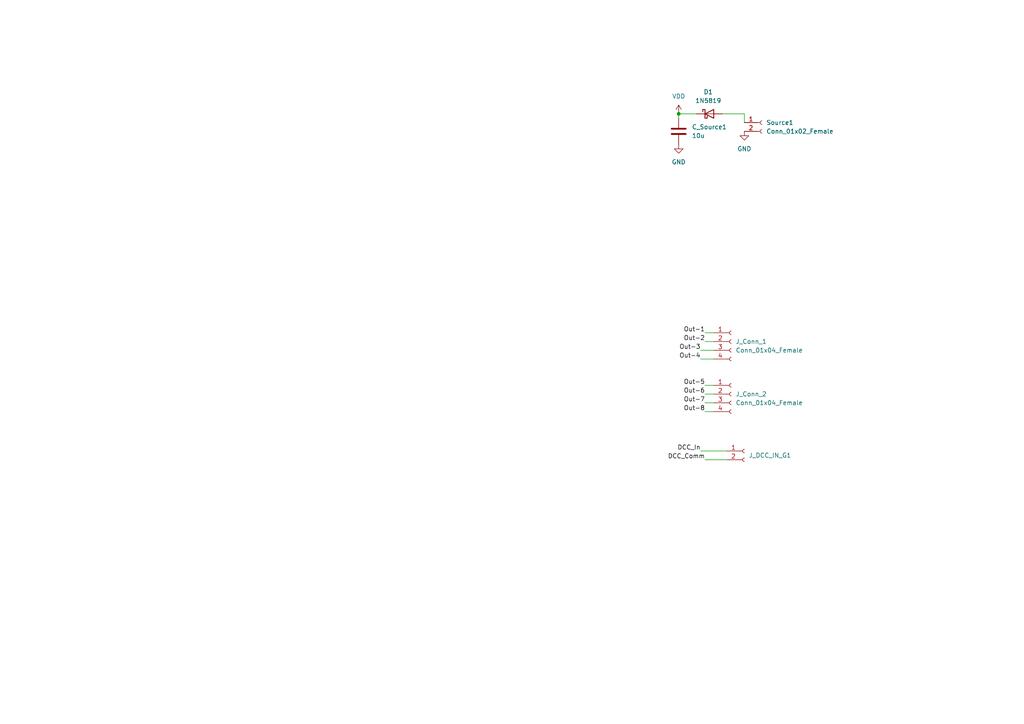
<source format=kicad_sch>
(kicad_sch (version 20230121) (generator eeschema)
  (paper "A4")
  (junction (at -83.82 105.41))
  (junction (at 30.48 -29.21))
  (junction (at 468.63 199.39))
  (junction (at 8.89 -19.05))
  (junction (at -81.28 36.83))
  (junction (at 382.27 205.74))
  (junction (at 417.83 73.66))
  (junction (at 387.35 135.89))
  (junction (at 487.68 199.39))
  (junction (at 462.28 207.01))
  (junction (at 356.87 80.01))
  (junction (at 467.36 129.54))
  (junction (at 464.82 199.39))
  (junction (at 508 -15.24))
  (junction (at 15.24 -77.47))
  (junction (at 473.71 199.39))
  (junction (at 368.3 80.01))
  (junction (at 471.17 73.66))
  (junction (at 496.57 199.39))
  (junction (at 458.47 119.38))
  (junction (at 34.29 -19.05))
  (junction (at -114.3 95.25))
  (junction (at 462.28 73.66))
  (junction (at 443.23 189.23))
  (junction (at 476.25 -15.24))
  (junction (at 20.32 -92.71))
  (junction (at -95.25 113.03))
  (junction (at -83.82 90.17))
  (junction (at 8.89 -29.21))
  (junction (at 402.59 -8.89))
  (junction (at 473.71 184.15))
  (junction (at 393.7 205.74))
  (junction (at 43.18 -77.47))
  (junction (at -92.71 95.25))
  (junction (at 2.54 -77.47))
  (junction (at -125.73 26.67))
  (junction (at -88.9 105.41))
  (junction (at -43.18 -11.43))
  (junction (at 455.93 137.16))
  (junction (at 27.94 -11.43))
  (junction (at 53.34 -19.05))
  (junction (at 448.31 58.42))
  (junction (at -60.96 105.41))
  (junction (at 8.89 -69.85))
  (junction (at 488.95 -15.24))
  (junction (at 30.48 -19.05))
  (junction (at 463.55 -25.4))
  (junction (at -166.37 43.18))
  (junction (at 196.85 33.02))
  (junction (at 39.37 -19.05))
  (junction (at -125.73 36.83))
  (junction (at -72.39 36.83))
  (junction (at 455.93 199.39))
  (junction (at 20.32 -77.47))
  (junction (at 62.23 -19.05))
  (junction (at 516.89 -15.24))
  (junction (at 485.14 -25.4))
  (junction (at 481.33 129.54))
  (junction (at 417.83 63.5))
  (junction (at -101.6 105.41))
  (junction (at 414.02 -8.89))
  (junction (at -154.94 111.76))
  (junction (at 464.82 189.23))
  (junction (at 439.42 63.5))
  (junction (at -166.37 111.76))
  (junction (at 494.03 -15.24))
  (junction (at 39.37 -34.29))
  (junction (at 439.42 73.66))
  (junction (at 443.23 73.66))
  (junction (at 458.47 129.54))
  (junction (at -100.33 36.83))
  (junction (at 490.22 129.54))
  (junction (at 436.88 129.54))
  (junction (at 485.14 -15.24))
  (junction (at -92.71 105.41))
  (junction (at 11.43 -87.63))
  (junction (at 443.23 199.39))
  (junction (at 463.55 -15.24))
  (junction (at -104.14 26.67))
  (junction (at 462.28 129.54))
  (junction (at -95.25 36.83))
  (junction (at 375.92 135.89))
  (junction (at 448.31 73.66))
  (junction (at 494.03 -30.48))
  (junction (at 467.36 114.3))
  (junction (at 11.43 -77.47))
  (junction (at -106.68 44.45))
  (junction (at 449.58 129.54))
  (junction (at -31.75 -11.43))
  (junction (at 430.53 73.66))
  (junction (at -95.25 21.59))
  (junction (at 436.88 81.28))
  (junction (at -177.8 43.18))
  (junction (at -69.85 105.41))
  (junction (at 482.6 -7.62))
  (junction (at -114.3 105.41))
  (junction (at -104.14 36.83))
  (junction (at -113.03 36.83))
  (junction (at 34.29 -77.47))
  (junction (at -62.23 -71.12))
  (junction (at -10.16 -77.47))
  (junction (at -50.8 -71.12))
  (junction (at 21.59 -19.05))
  (junction (at -10.16 -87.63))
  (junction (at 436.88 119.38))
  (wire (pts (xy -95.25 113.03) (xy -88.9 113.03)))
  (wire (pts (xy 476.25 -15.24) (xy 463.55 -15.24)))
  (wire (pts (xy 448.31 73.66) (xy 462.28 73.66)))
  (wire (pts (xy 2.54 -69.85) (xy 8.89 -69.85)))
  (wire (pts (xy 481.33 120.65) (xy 481.33 114.3)))
  (wire (pts (xy 508 -24.13) (xy 508 -30.48)))
  (wire (pts (xy 3.81 -87.63) (xy 11.43 -87.63)))
  (wire (pts (xy 30.48 -29.21) (xy 30.48 -27.94)))
  (wire (pts (xy 481.33 128.27) (xy 481.33 129.54)))
  (wire (pts (xy 443.23 189.23) (xy 449.58 189.23)))
  (wire (pts (xy 73.66 -36.83) (xy 77.47 -36.83)))
  (wire (pts (xy -21.59 87.63) (xy -19.05 87.63)))
  (wire (pts (xy -92.71 95.25) (xy -92.71 96.52)))
  (wire (pts (xy 473.71 184.15) (xy 487.68 184.15)))
  (wire (pts (xy -29.21 19.05) (xy -31.75 19.05)))
  (wire (pts (xy -152.4 100.33) (xy -166.37 100.33)))
  (wire (pts (xy 462.28 129.54) (xy 458.47 129.54)))
  (wire (pts (xy 374.65 121.92) (xy 374.65 124.46)))
  (wire (pts (xy 8.89 -19.05) (xy 21.59 -19.05)))
  (wire (pts (xy -154.94 111.76) (xy -147.32 111.76)))
  (wire (pts (xy 508 180.34) (xy 508 181.61)))
  (wire (pts (xy 541.02 181.61) (xy 534.67 181.61)))
  (wire (pts (xy 204.47 119.38) (xy 207.01 119.38)))
  (wire (pts (xy 485.14 -25.4) (xy 485.14 -24.13)))
  (wire (pts (xy 368.3 82.55) (xy 368.3 80.01)))
  (wire (pts (xy 561.34 -33.02) (xy 561.34 -11.43)))
  (wire (pts (xy -167.64 43.18) (xy -166.37 43.18)))
  (wire (pts (xy 509.27 191.77) (xy 496.57 191.77)))
  (wire (pts (xy 356.87 71.12) (xy 355.6 71.12)))
  (wire (pts (xy 393.7 208.28) (xy 393.7 205.74)))
  (wire (pts (xy -60.96 97.79) (xy -60.96 105.41)))
  (wire (pts (xy 561.34 -33.02) (xy 554.99 -33.02)))
  (wire (pts (xy 203.2 104.14) (xy 207.01 104.14)))
  (wire (pts (xy 407.67 -6.35) (xy 402.59 -6.35)))
  (wire (pts (xy 54.61 -95.25) (xy 58.42 -95.25)))
  (wire (pts (xy 457.2 189.23) (xy 464.82 189.23)))
  (wire (pts (xy 381 205.74) (xy 382.27 205.74)))
  (wire (pts (xy 396.24 194.31) (xy 382.27 194.31)))
  (wire (pts (xy 464.82 199.39) (xy 455.93 199.39)))
  (wire (pts (xy 389.89 208.28) (xy 393.7 208.28)))
  (wire (pts (xy 436.88 119.38) (xy 436.88 114.3)))
  (wire (pts (xy -68.58 17.78) (xy -73.66 17.78)))
  (wire (pts (xy 496.57 203.2) (xy 541.02 203.2)))
  (wire (pts (xy 516.89 -11.43) (xy 561.34 -11.43)))
  (wire (pts (xy -60.96 19.05) (xy -60.96 17.78)))
  (wire (pts (xy -63.5 -85.09) (xy -63.5 -82.55)))
  (wire (pts (xy -83.82 90.17) (xy -69.85 90.17)))
  (wire (pts (xy 467.36 129.54) (xy 481.33 129.54)))
  (wire (pts (xy 105.41 -36.83) (xy 105.41 -16.51)))
  (wire (pts (xy 417.83 63.5) (xy 424.18 63.5)))
  (wire (pts (xy -104.14 26.67) (xy -102.87 26.67)))
  (wire (pts (xy 30.48 -29.21) (xy 31.75 -29.21)))
  (wire (pts (xy 417.83 82.55) (xy 417.83 73.66)))
  (wire (pts (xy 488.95 116.84) (xy 492.76 116.84)))
  (wire (pts (xy 20.32 -82.55) (xy 20.32 -77.47)))
  (wire (pts (xy 62.23 -16.51) (xy 105.41 -16.51)))
  (wire (pts (xy -114.3 95.25) (xy -114.3 90.17)))
  (wire (pts (xy -152.4 88.9) (xy -146.05 88.9)))
  (wire (pts (xy 20.32 -93.98) (xy 20.32 -92.71)))
  (wire (pts (xy 485.14 -15.24) (xy 476.25 -15.24)))
  (wire (pts (xy 529.59 -34.29) (xy 528.32 -34.29)))
  (wire (pts (xy 487.68 198.12) (xy 487.68 199.39)))
  (wire (pts (xy -125.73 36.83) (xy -125.73 35.56)))
  (wire (pts (xy 39.37 -45.72) (xy 39.37 -43.18)))
  (wire (pts (xy -152.4 100.33) (xy -152.4 88.9)))
  (wire (pts (xy 467.36 113.03) (xy 467.36 114.3)))
  (wire (pts (xy 2.54 -77.47) (xy -10.16 -77.47)))
  (wire (pts (xy -72.39 36.83) (xy -72.39 40.64)))
  (wire (pts (xy 527.05 -27.94) (xy 529.59 -27.94)))
  (wire (pts (xy 389.89 124.46) (xy 375.92 124.46)))
  (wire (pts (xy -83.82 105.41) (xy -69.85 105.41)))
  (wire (pts (xy 381 191.77) (xy 381 194.31)))
  (wire (pts (xy 516.89 -15.24) (xy 508 -15.24)))
  (wire (pts (xy 494.03 -31.75) (xy 494.03 -30.48)))
  (wire (pts (xy 27.94 -11.43) (xy 34.29 -11.43)))
  (wire (pts (xy 502.92 110.49) (xy 501.65 110.49)))
  (wire (pts (xy 389.89 113.03) (xy 396.24 113.03)))
  (wire (pts (xy 53.34 -20.32) (xy 53.34 -19.05)))
  (wire (pts (xy 464.82 189.23) (xy 466.09 189.23)))
  (wire (pts (xy -83.82 100.33) (xy -83.82 105.41)))
  (wire (pts (xy 382.27 205.74) (xy 384.81 205.74)))
  (wire (pts (xy 425.45 208.28) (xy 443.23 208.28)))
  (wire (pts (xy -172.72 111.76) (xy -166.37 111.76)))
  (wire (pts (xy 355.6 80.01) (xy 356.87 80.01)))
  (wire (pts (xy 436.88 129.54) (xy 436.88 128.27)))
  (wire (pts (xy -177.8 31.75) (xy -177.8 34.29)))
  (wire (pts (xy 34.29 -86.36) (xy 34.29 -92.71)))
  (wire (pts (xy -114.3 95.25) (xy -107.95 95.25)))
  (wire (pts (xy 62.23 -26.67) (xy 62.23 -19.05)))
  (wire (pts (xy 382.27 194.31) (xy 382.27 196.85)))
  (wire (pts (xy 463.55 -6.35) (xy 463.55 -15.24)))
  (wire (pts (xy -50.8 -68.58) (xy -50.8 -71.12)))
  (wire (pts (xy -113.03 44.45) (xy -106.68 44.45)))
  (wire (pts (xy 496.57 199.39) (xy 487.68 199.39)))
  (wire (pts (xy 529.59 -22.86) (xy 516.89 -22.86)))
  (wire (pts (xy 477.52 -25.4) (xy 485.14 -25.4)))
  (wire (pts (xy -100.33 36.83) (xy -104.14 36.83)))
  (wire (pts (xy 482.6 -7.62) (xy 488.95 -7.62)))
  (wire (pts (xy 374.65 135.89) (xy 375.92 135.89)))
  (wire (pts (xy 443.23 208.28) (xy 443.23 199.39)))
  (wire (pts (xy -166.37 100.33) (xy -166.37 102.87)))
  (wire (pts (xy 381 138.43) (xy 375.92 138.43)))
  (wire (pts (xy -166.37 111.76) (xy -163.83 111.76)))
  (wire (pts (xy 196.85 33.02) (xy 201.93 33.02)))
  (wire (pts (xy 439.42 73.66) (xy 430.53 73.66)))
  (wire (pts (xy 8.89 -33.02) (xy 1.27 -33.02)))
  (wire (pts (xy 402.59 -17.78) (xy 401.32 -17.78)))
  (wire (pts (xy 402.59 -8.89) (xy 405.13 -8.89)))
  (wire (pts (xy 392.43 205.74) (xy 393.7 205.74)))
  (wire (pts (xy 367.03 80.01) (xy 368.3 80.01)))
  (wire (pts (xy -104.14 36.83) (xy -113.03 36.83)))
  (wire (pts (xy -100.33 95.25) (xy -92.71 95.25)))
  (wire (pts (xy -49.53 86.36) (xy -46.99 86.36)))
  (wire (pts (xy 439.42 72.39) (xy 439.42 73.66)))
  (wire (pts (xy 412.75 -8.89) (xy 414.02 -8.89)))
  (wire (pts (xy 463.55 -25.4) (xy 463.55 -30.48)))
  (wire (pts (xy 1.27 -8.89) (xy 8.89 -8.89)))
  (wire (pts (xy 30.48 -19.05) (xy 21.59 -19.05)))
  (wire (pts (xy -104.14 26.67) (xy -104.14 27.94)))
  (wire (pts (xy 488.95 -15.24) (xy 485.14 -15.24)))
  (wire (pts (xy -62.23 24.13) (xy -57.15 24.13)))
  (wire (pts (xy 448.31 49.53) (xy 448.31 48.26)))
  (wire (pts (xy 500.38 116.84) (xy 502.92 116.84)))
  (wire (pts (xy 494.03 -20.32) (xy 494.03 -15.24)))
  (wire (pts (xy 458.47 129.54) (xy 449.58 129.54)))
  (wire (pts (xy 60.96 -31.75) (xy 64.77 -31.75)))
  (wire (pts (xy -63.5 -71.12) (xy -62.23 -71.12)))
  (wire (pts (xy -31.75 -11.43) (xy -22.86 -11.43)))
  (wire (pts (xy -88.9 105.41) (xy -92.71 105.41)))
  (wire (pts (xy 22.86 -29.21) (xy 30.48 -29.21)))
  (wire (pts (xy 419.1 138.43) (xy 436.88 138.43)))
  (wire (pts (xy -10.16 -92.71) (xy -19.05 -92.71)))
  (wire (pts (xy -46.99 86.36) (xy -46.99 87.63)))
  (wire (pts (xy -72.39 40.64) (xy -29.21 40.64)))
  (wire (pts (xy -10.16 -77.47) (xy -10.16 -78.74)))
  (wire (pts (xy 508 -16.51) (xy 508 -15.24)))
  (wire (pts (xy 436.88 119.38) (xy 443.23 119.38)))
  (wire (pts (xy -125.73 26.67) (xy -125.73 21.59)))
  (wire (pts (xy 368.3 80.01) (xy 375.92 80.01)))
  (wire (pts (xy 445.77 -6.35) (xy 463.55 -6.35)))
  (wire (pts (xy 515.62 55.88) (xy 515.62 77.47)))
  (wire (pts (xy 196.85 33.02) (xy 196.85 34.29)))
  (wire (pts (xy -88.9 105.41) (xy -83.82 105.41)))
  (wire (pts (xy 387.35 138.43) (xy 387.35 135.89)))
  (wire (pts (xy 490.22 129.54) (xy 481.33 129.54)))
  (wire (pts (xy 8.89 -8.89) (xy 8.89 -19.05)))
  (wire (pts (xy -50.8 92.71) (xy -46.99 92.71)))
  (wire (pts (xy 386.08 135.89) (xy 387.35 135.89)))
  (wire (pts (xy -95.25 20.32) (xy -95.25 21.59)))
  (wire (pts (xy 400.05 82.55) (xy 417.83 82.55)))
  (wire (pts (xy 455.93 199.39) (xy 443.23 199.39)))
  (wire (pts (xy 464.82 198.12) (xy 464.82 199.39)))
  (wire (pts (xy 204.47 114.3) (xy 207.01 114.3)))
  (wire (pts (xy 73.66 -36.83) (xy 73.66 -38.1)))
  (wire (pts (xy 8.89 -69.85) (xy 15.24 -69.85)))
  (wire (pts (xy 490.22 129.54) (xy 490.22 133.35)))
  (wire (pts (xy -43.18 -20.32) (xy -44.45 -20.32)))
  (wire (pts (xy 463.55 -25.4) (xy 469.9 -25.4)))
  (wire (pts (xy 481.33 60.96) (xy 483.87 60.96)))
  (wire (pts (xy 375.92 127) (xy 374.65 127)))
  (wire (pts (xy 54.61 -95.25) (xy 54.61 -96.52)))
  (wire (pts (xy -125.73 27.94) (xy -125.73 26.67)))
  (wire (pts (xy -166.37 43.18) (xy -158.75 43.18)))
  (wire (pts (xy -114.3 114.3) (xy -114.3 105.41)))
  (wire (pts (xy 417.83 64.77) (xy 417.83 63.5)))
  (wire (pts (xy 516.89 -22.86) (xy 516.89 -15.24)))
  (wire (pts (xy 203.2 130.81) (xy 210.82 130.81)))
  (wire (pts (xy -106.68 44.45) (xy -100.33 44.45)))
  (wire (pts (xy 402.59 -6.35) (xy 402.59 -8.89)))
  (wire (pts (xy 502.92 111.76) (xy 502.92 110.49)))
  (wire (pts (xy 439.42 63.5) (xy 440.69 63.5)))
  (wire (pts (xy 370.84 68.58) (xy 370.84 57.15)))
  (wire (pts (xy 34.29 -19.05) (xy 39.37 -19.05)))
  (wire (pts (xy 204.47 99.06) (xy 207.01 99.06)))
  (wire (pts (xy 445.77 -30.48) (xy 463.55 -30.48)))
  (wire (pts (xy -125.73 26.67) (xy -119.38 26.67)))
  (wire (pts (xy 387.35 208.28) (xy 382.27 208.28)))
  (wire (pts (xy -172.72 45.72) (xy -177.8 45.72)))
  (wire (pts (xy -46.99 97.79) (xy -60.96 97.79)))
  (wire (pts (xy 355.6 66.04) (xy 355.6 68.58)))
  (wire (pts (xy -62.23 -82.55) (xy -62.23 -80.01)))
  (wire (pts (xy 529.59 -33.02) (xy 529.59 -34.29)))
  (wire (pts (xy 34.29 -19.05) (xy 30.48 -19.05)))
  (wire (pts (xy 458.47 128.27) (xy 458.47 129.54)))
  (wire (pts (xy 469.9 60.96) (xy 473.71 60.96)))
  (wire (pts (xy -134.62 45.72) (xy -125.73 45.72)))
  (wire (pts (xy -156.21 111.76) (xy -154.94 111.76)))
  (wire (pts (xy 71.12 -80.01) (xy 71.12 -78.74)))
  (wire (pts (xy 476.25 -7.62) (xy 482.6 -7.62)))
  (wire (pts (xy 370.84 57.15) (xy 377.19 57.15)))
  (wire (pts (xy 443.23 189.23) (xy 443.23 184.15)))
  (wire (pts (xy 471.17 77.47) (xy 515.62 77.47)))
  (wire (pts (xy 43.18 -73.66) (xy 43.18 -77.47)))
  (wire (pts (xy 396.24 194.31) (xy 396.24 182.88)))
  (wire (pts (xy 506.73 186.69) (xy 509.27 186.69)))
  (wire (pts (xy 490.22 121.92) (xy 490.22 129.54)))
  (wire (pts (xy 20.32 -77.47) (xy 34.29 -77.47)))
  (wire (pts (xy 487.68 190.5) (xy 487.68 184.15)))
  (wire (pts (xy 39.37 -19.05) (xy 53.34 -19.05)))
  (wire (pts (xy -43.18 -11.43) (xy -40.64 -11.43)))
  (wire (pts (xy -48.26 -82.55) (xy -62.23 -82.55)))
  (wire (pts (xy 382.27 208.28) (xy 382.27 205.74)))
  (wire (pts (xy 393.7 205.74) (xy 401.32 205.74)))
  (wire (pts (xy -166.37 114.3) (xy -166.37 111.76)))
  (wire (pts (xy 414.02 -8.89) (xy 421.64 -8.89)))
  (wire (pts (xy 86.36 -95.25) (xy 83.82 -95.25)))
  (wire (pts (xy -114.3 96.52) (xy -114.3 95.25)))
  (wire (pts (xy -29.21 40.64) (xy -29.21 19.05)))
  (wire (pts (xy 515.62 55.88) (xy 509.27 55.88)))
  (wire (pts (xy 496.57 191.77) (xy 496.57 199.39)))
  (wire (pts (xy -29.21 -22.86) (xy -29.21 -34.29)))
  (wire (pts (xy 11.43 -87.63) (xy 12.7 -87.63)))
  (wire (pts (xy -35.56 -8.89) (xy -31.75 -8.89)))
  (wire (pts (xy 370.84 68.58) (xy 356.87 68.58)))
  (wire (pts (xy 364.49 82.55) (xy 368.3 82.55)))
  (wire (pts (xy 436.88 81.28) (xy 443.23 81.28)))
  (wire (pts (xy 62.23 -19.05) (xy 62.23 -16.51)))
  (wire (pts (xy -179.07 43.18) (xy -177.8 43.18)))
  (wire (pts (xy 43.18 -77.47) (xy 34.29 -77.47)))
  (wire (pts (xy -50.8 -71.12) (xy -43.18 -71.12)))
  (wire (pts (xy -177.8 45.72) (xy -177.8 43.18)))
  (wire (pts (xy 467.36 124.46) (xy 467.36 129.54)))
  (wire (pts (xy 375.92 135.89) (xy 378.46 135.89)))
  (wire (pts (xy 500.38 180.34) (xy 495.3 180.34)))
  (wire (pts (xy 443.23 73.66) (xy 448.31 73.66)))
  (wire (pts (xy -57.15 86.36) (xy -62.23 86.36)))
  (wire (pts (xy 508 181.61) (xy 509.27 181.61)))
  (wire (pts (xy 215.9 33.02) (xy 215.9 35.56)))
  (wire (pts (xy 458.47 119.38) (xy 458.47 120.65)))
  (wire (pts (xy 53.34 -27.94) (xy 53.34 -34.29)))
  (wire (pts (xy 39.37 -35.56) (xy 39.37 -34.29)))
  (wire (pts (xy -104.14 35.56) (xy -104.14 36.83)))
  (wire (pts (xy -44.45 -11.43) (xy -43.18 -11.43)))
  (wire (pts (xy -69.85 104.14) (xy -69.85 105.41)))
  (wire (pts (xy -163.83 31.75) (xy -163.83 20.32)))
  (wire (pts (xy 396.24 182.88) (xy 402.59 182.88)))
  (wire (pts (xy -111.76 26.67) (xy -104.14 26.67)))
  (wire (pts (xy 8.89 -19.05) (xy 8.89 -20.32)))
  (wire (pts (xy 11.43 -77.47) (xy 2.54 -77.47)))
  (wire (pts (xy 485.14 -16.51) (xy 485.14 -15.24)))
  (wire (pts (xy 72.39 -31.75) (xy 77.47 -31.75)))
  (wire (pts (xy 8.89 -29.21) (xy 15.24 -29.21)))
  (wire (pts (xy 448.31 68.58) (xy 448.31 73.66)))
  (wire (pts (xy 15.24 -77.47) (xy 11.43 -77.47)))
  (wire (pts (xy 516.89 -15.24) (xy 516.89 -11.43)))
  (wire (pts (xy 534.67 111.76) (xy 534.67 133.35)))
  (wire (pts (xy 400.05 58.42) (xy 417.83 58.42)))
  (wire (pts (xy -62.23 92.71) (xy -58.42 92.71)))
  (wire (pts (xy 375.92 124.46) (xy 375.92 127)))
  (wire (pts (xy 502.92 121.92) (xy 490.22 121.92)))
  (wire (pts (xy 483.87 66.04) (xy 471.17 66.04)))
  (wire (pts (xy -95.25 36.83) (xy -81.28 36.83)))
  (wire (pts (xy -114.3 90.17) (xy -123.19 90.17)))
  (wire (pts (xy -62.23 -80.01) (xy -63.5 -80.01)))
  (wire (pts (xy 416.56 -31.75) (xy 422.91 -31.75)))
  (wire (pts (xy 414.02 -6.35) (xy 414.02 -8.89)))
  (wire (pts (xy 46.99 -96.52) (xy 41.91 -96.52)))
  (wire (pts (xy 356.87 82.55) (xy 356.87 80.01)))
  (wire (pts (xy 455.93 137.16) (xy 462.28 137.16)))
  (wire (pts (xy 462.28 64.77) (xy 462.28 58.42)))
  (wire (pts (xy 462.28 207.01) (xy 468.63 207.01)))
  (wire (pts (xy 431.8 63.5) (xy 439.42 63.5)))
  (wire (pts (xy 11.43 -78.74) (xy 11.43 -77.47)))
  (wire (pts (xy 494.03 -30.48) (xy 508 -30.48)))
  (wire (pts (xy -43.18 -22.86) (xy -43.18 -20.32)))
  (wire (pts (xy 473.71 194.31) (xy 473.71 199.39)))
  (wire (pts (xy -44.45 -25.4) (xy -44.45 -22.86)))
  (wire (pts (xy 449.58 137.16) (xy 455.93 137.16)))
  (wire (pts (xy 541.02 181.61) (xy 541.02 203.2)))
  (wire (pts (xy 204.47 116.84) (xy 207.01 116.84)))
  (wire (pts (xy 356.87 68.58) (xy 356.87 71.12)))
  (wire (pts (xy 436.88 138.43) (xy 436.88 129.54)))
  (wire (pts (xy -19.05 -68.58) (xy -10.16 -68.58)))
  (wire (pts (xy -72.39 29.21) (xy -72.39 36.83)))
  (wire (pts (xy 455.93 207.01) (xy 462.28 207.01)))
  (wire (pts (xy 467.36 114.3) (xy 481.33 114.3)))
  (wire (pts (xy 494.03 -15.24) (xy 508 -15.24)))
  (wire (pts (xy 483.87 54.61) (xy 483.87 55.88)))
  (wire (pts (xy -154.94 114.3) (xy -154.94 111.76)))
  (wire (pts (xy 430.53 73.66) (xy 417.83 73.66)))
  (wire (pts (xy -92.71 104.14) (xy -92.71 105.41)))
  (wire (pts (xy -161.29 114.3) (xy -166.37 114.3)))
  (wire (pts (xy 462.28 129.54) (xy 467.36 129.54)))
  (wire (pts (xy 356.87 80.01) (xy 359.41 80.01)))
  (wire (pts (xy 464.82 189.23) (xy 464.82 190.5)))
  (wire (pts (xy 43.18 -85.09) (xy 43.18 -77.47)))
  (wire (pts (xy 401.32 -22.86) (xy 401.32 -20.32)))
  (wire (pts (xy 209.55 33.02) (xy 215.9 33.02)))
  (wire (pts (xy -163.83 20.32) (xy -157.48 20.32)))
  (wire (pts (xy 417.83 73.66) (xy 417.83 72.39)))
  (wire (pts (xy 389.89 124.46) (xy 389.89 113.03)))
  (wire (pts (xy 490.22 133.35) (xy 534.67 133.35)))
  (wire (pts (xy -31.75 -8.89) (xy -31.75 -11.43)))
  (wire (pts (xy -33.02 -11.43) (xy -31.75 -11.43)))
  (wire (pts (xy 102.87 -36.83) (xy 105.41 -36.83)))
  (wire (pts (xy -10.16 -87.63) (xy -3.81 -87.63)))
  (wire (pts (xy -125.73 21.59) (xy -134.62 21.59)))
  (wire (pts (xy 520.7 -34.29) (xy 515.62 -34.29)))
  (wire (pts (xy -69.85 96.52) (xy -69.85 90.17)))
  (wire (pts (xy 66.04 -38.1) (xy 60.96 -38.1)))
  (wire (pts (xy 439.42 63.5) (xy 439.42 64.77)))
  (wire (pts (xy -43.18 -8.89) (xy -43.18 -11.43)))
  (wire (pts (xy -179.07 29.21) (xy -179.07 31.75)))
  (wire (pts (xy 34.29 -78.74) (xy 34.29 -77.47)))
  (wire (pts (xy 21.59 -11.43) (xy 27.94 -11.43)))
  (wire (pts (xy 43.18 -73.66) (xy 86.36 -73.66)))
  (wire (pts (xy -113.03 36.83) (xy -125.73 36.83)))
  (wire (pts (xy -62.23 -68.58) (xy -62.23 -71.12)))
  (wire (pts (xy -48.26 -82.55) (xy -48.26 -93.98)))
  (wire (pts (xy 204.47 133.35) (xy 210.82 133.35)))
  (wire (pts (xy 471.17 73.66) (xy 462.28 73.66)))
  (wire (pts (xy -163.83 31.75) (xy -177.8 31.75)))
  (wire (pts (xy -62.23 -71.12) (xy -59.69 -71.12)))
  (wire (pts (xy 443.23 73.66) (xy 439.42 73.66)))
  (wire (pts (xy -60.96 109.22) (xy -19.05 109.22)))
  (wire (pts (xy -48.26 -93.98) (xy -41.91 -93.98)))
  (wire (pts (xy 77.47 -26.67) (xy 62.23 -26.67)))
  (wire (pts (xy 430.53 81.28) (xy 436.88 81.28)))
  (wire (pts (xy -57.15 -68.58) (xy -62.23 -68.58)))
  (wire (pts (xy 496.57 199.39) (xy 496.57 203.2)))
  (wire (pts (xy 471.17 66.04) (xy 471.17 73.66)))
  (wire (pts (xy -92.71 95.25) (xy -91.44 95.25)))
  (wire (pts (xy -19.05 87.63) (xy -19.05 109.22)))
  (wire (pts (xy 20.32 -92.71) (xy 34.29 -92.71)))
  (wire (pts (xy -81.28 27.94) (xy -81.28 21.59)))
  (wire (pts (xy 443.23 190.5) (xy 443.23 189.23)))
  (wire (pts (xy 39.37 -24.13) (xy 39.37 -19.05)))
  (wire (pts (xy 534.67 111.76) (xy 528.32 111.76)))
  (wire (pts (xy 204.47 111.76) (xy 207.01 111.76)))
  (wire (pts (xy 468.63 199.39) (xy 473.71 199.39)))
  (wire (pts (xy 86.36 -73.66) (xy 86.36 -95.25)))
  (wire (pts (xy -83.82 88.9) (xy -83.82 90.17)))
  (wire (pts (xy 402.59 -20.32) (xy 402.59 -17.78)))
  (wire (pts (xy -114.3 105.41) (xy -114.3 104.14)))
  (wire (pts (xy 448.31 57.15) (xy 448.31 58.42)))
  (wire (pts (xy -10.16 -87.63) (xy -10.16 -92.71)))
  (wire (pts (xy 463.55 -15.24) (xy 463.55 -16.51)))
  (wire (pts (xy -81.28 35.56) (xy -81.28 36.83)))
  (wire (pts (xy 463.55 -24.13) (xy 463.55 -25.4)))
  (wire (pts (xy -73.66 24.13) (xy -69.85 24.13)))
  (wire (pts (xy 468.63 199.39) (xy 464.82 199.39)))
  (wire (pts (xy 425.45 184.15) (xy 443.23 184.15)))
  (wire (pts (xy -29.21 -34.29) (xy -21.59 -34.29)))
  (wire (pts (xy -57.15 29.21) (xy -72.39 29.21)))
  (wire (pts (xy -100.33 36.83) (xy -95.25 36.83)))
  (wire (pts (xy 471.17 73.66) (xy 471.17 77.47)))
  (wire (pts (xy 450.85 119.38) (xy 458.47 119.38)))
  (wire (pts (xy 482.6 54.61) (xy 483.87 54.61)))
  (wire (pts (xy 375.92 138.43) (xy 375.92 135.89)))
  (wire (pts (xy -72.39 36.83) (xy -81.28 36.83)))
  (wire (pts (xy -166.37 45.72) (xy -166.37 43.18)))
  (wire (pts (xy -95.25 31.75) (xy -95.25 36.83)))
  (wire (pts (xy 8.89 -27.94) (xy 8.89 -29.21)))
  (wire (pts (xy 203.2 101.6) (xy 207.01 101.6)))
  (wire (pts (xy -158.75 114.3) (xy -154.94 114.3)))
  (wire (pts (xy -95.25 21.59) (xy -81.28 21.59)))
  (wire (pts (xy 204.47 96.52) (xy 207.01 96.52)))
  (wire (pts (xy 462.28 72.39) (xy 462.28 73.66)))
  (wire (pts (xy 8.89 -29.21) (xy 8.89 -33.02)))
  (wire (pts (xy 485.14 -25.4) (xy 486.41 -25.4)))
  (wire (pts (xy 494.03 110.49) (xy 488.95 110.49)))
  (wire (pts (xy -60.96 19.05) (xy -57.15 19.05)))
  (wire (pts (xy 401.32 -8.89) (xy 402.59 -8.89)))
  (wire (pts (xy 449.58 129.54) (xy 436.88 129.54)))
  (wire (pts (xy 15.24 -77.47) (xy 20.32 -77.47)))
  (wire (pts (xy 387.35 135.89) (xy 394.97 135.89)))
  (wire (pts (xy 41.91 -90.17) (xy 45.72 -90.17)))
  (wire (pts (xy 410.21 -6.35) (xy 414.02 -6.35)))
  (wire (pts (xy -29.21 -22.86) (xy -43.18 -22.86)))
  (wire (pts (xy -60.96 105.41) (xy -60.96 109.22)))
  (wire (pts (xy 443.23 199.39) (xy 443.23 198.12)))
  (wire (pts (xy -60.96 105.41) (xy -69.85 105.41)))
  (wire (pts (xy 30.48 -20.32) (xy 30.48 -19.05)))
  (wire (pts (xy 495.3 186.69) (xy 499.11 186.69)))
  (wire (pts (xy 11.43 -87.63) (xy 11.43 -86.36)))
  (wire (pts (xy 416.56 -20.32) (xy 402.59 -20.32)))
  (wire (pts (xy -52.07 -71.12) (xy -50.8 -71.12)))
  (wire (pts (xy -92.71 105.41) (xy -101.6 105.41)))
  (wire (pts (xy -177.8 43.18) (xy -175.26 43.18)))
  (wire (pts (xy 436.88 120.65) (xy 436.88 119.38)))
  (wire (pts (xy -10.16 -86.36) (xy -10.16 -87.63)))
  (wire (pts (xy -123.19 114.3) (xy -114.3 114.3)))
  (wire (pts (xy -177.8 34.29) (xy -179.07 34.29)))
  (wire (pts (xy 515.62 -27.94) (xy 519.43 -27.94)))
  (wire (pts (xy 488.95 -15.24) (xy 494.03 -15.24)))
  (wire (pts (xy 419.1 114.3) (xy 436.88 114.3)))
  (wire (pts (xy -167.64 97.79) (xy -167.64 100.33)))
  (wire (pts (xy -101.6 105.41) (xy -114.3 105.41)))
  (wire (pts (xy -54.61 -68.58) (xy -50.8 -68.58)))
  (wire (pts (xy -125.73 45.72) (xy -125.73 36.83)))
  (wire (pts (xy 417.83 63.5) (xy 417.83 58.42)))
  (wire (pts (xy 361.95 82.55) (xy 356.87 82.55)))
  (wire (pts (xy -10.16 -77.47) (xy -10.16 -68.58)))
  (wire (pts (xy 458.47 119.38) (xy 459.74 119.38)))
  (wire (pts (xy 53.34 -90.17) (xy 58.42 -90.17)))
  (wire (pts (xy 58.42 -85.09) (xy 43.18 -85.09)))
  (wire (pts (xy 62.23 -19.05) (xy 53.34 -19.05)))
  (wire (pts (xy -101.6 113.03) (xy -95.25 113.03)))
  (wire (pts (xy 39.37 -34.29) (xy 53.34 -34.29)))
  (wire (pts (xy 474.98 54.61) (xy 469.9 54.61)))
  (wire (pts (xy 448.31 58.42) (xy 462.28 58.42)))
  (wire (pts (xy -38.1 -8.89) (xy -43.18 -8.89)))
  (wire (pts (xy 473.71 182.88) (xy 473.71 184.15)))
  (wire (pts (xy 383.54 138.43) (xy 387.35 138.43)))
  (wire (pts (xy 416.56 -20.32) (xy 416.56 -31.75)))
  (wire (pts (xy -170.18 45.72) (xy -166.37 45.72)))
  (wire (pts (xy 382.27 196.85) (xy 381 196.85)))
  (wire (pts (xy 473.71 199.39) (xy 487.68 199.39)))
  (wire (pts (xy -166.37 102.87) (xy -167.64 102.87)))
  (label "DCC_In" (at 401.32 -8.89 180))
  (label "DCC_Comm" (at -179.07 29.21 0))
  (label "DCC_In" (at -44.45 -11.43 180))
  (label "DCC_In" (at 374.65 135.89 180))
  (label "DCC_Comm" (at 374.65 121.92 0))
  (label "Out-5" (at 515.62 -27.94 180))
  (label "DCC_Comm" (at 204.47 133.35 180))
  (label "DCC_In" (at -172.72 111.76 180))
  (label "Out-4" (at -62.23 92.71 180))
  (label "Out-3" (at -73.66 24.13 180))
  (label "DCC_Comm" (at -44.45 -25.4 0))
  (label "Out-1" (at 204.47 96.52 180))
  (label "Out-6" (at 469.9 60.96 180))
  (label "Out-7" (at 204.47 116.84 180))
  (label "DCC_In" (at 355.6 80.01 180))
  (label "DCC_In" (at -179.07 43.18 180))
  (label "Out-4" (at 203.2 104.14 180))
  (label "Out-6" (at 204.47 114.3 180))
  (label "DCC_In" (at 381 205.74 180))
  (label "Out-3" (at 203.2 101.6 180))
  (label "DCC_Comm" (at 355.6 66.04 0))
  (label "DCC_Comm" (at 401.32 -22.86 0))
  (label "Out-5" (at 204.47 111.76 180))
  (label "DCC_Comm" (at -167.64 97.79 0))
  (label "DCC_In" (at -63.5 -71.12 180))
  (label "DCC_In" (at 203.2 130.81 180))
  (label "DCC_Comm" (at 381 191.77 0))
  (label "Out-2" (at 60.96 -31.75 180))
  (label "Out-8" (at 204.47 119.38 180))
  (label "Out-2" (at 204.47 99.06 180))
  (label "Out-8" (at 495.3 186.69 180))
  (label "Out-1" (at 41.91 -90.17 180))
  (label "DCC_Comm" (at -63.5 -85.09 0))
  (label "Out-7" (at 488.95 116.84 180))
  (symbol (lib_id "power:VDD") (at -95.25 12.7 0) (unit 1)
    (property "Reference" "#PWR0130" (effects hide))
    (property "Value" "VDD" (at -99.06 12.7 0))
  )
  (symbol (lib_id "Connector:Conn_01x04_Female") (at 212.09 99.06 0) (unit 1)
    (property "Reference" "J_Conn_1" (at 213.36 99.0599 0) (effects (justify left)))
    (property "Value" "Conn_01x04_Female" (at 213.36 101.5999 0) (effects (justify left)))
    (property "Footprint" "Connector_Wago:Wago_734-134_1x04_P3.50mm_Vertical" (effects hide))
  )
  (symbol (lib_id "Device:LED") (at 511.81 -34.29 180) (unit 1)
    (property "Reference" "D_Sig_5" (at 513.3975 -41.91 0))
    (property "Value" "LED" (at 513.3975 -39.37 0))
    (property "Footprint" "LED_THT:LED_D5.0mm" (effects hide))
  )
  (symbol (lib_id "power:VDD") (at 53.34 -38.1 90) (unit 1)
    (property "Reference" "#PWR0132" (effects hide))
    (property "Value" "VDD" (at 53.34 -34.29 0))
  )
  (symbol (lib_id "power:VDD") (at 39.37 -45.72 0) (unit 1)
    (property "Reference" "#PWR0106" (effects hide))
    (property "Value" "VDD" (at 35.56 -45.72 0))
  )
  (symbol (lib_id "power:VDD") (at 71.12 -100.33 0) (unit 1)
    (property "Reference" "#PWR0104" (effects hide))
    (property "Value" "VDD" (at 71.12 -105.41 0))
  )
  (symbol (lib_id "Device:C") (at 417.83 68.58 0) (unit 1)
    (property "Reference" "C_Traf_6" (at 421.64 67.3099 0) (effects (justify left)))
    (property "Value" "2200pf" (at 421.64 69.8499 0) (effects (justify left)))
    (property "Footprint" "Capacitor_THT:C_Rect_L7.0mm_W2.5mm_P5.00mm" (effects hide))
  )
  (symbol (lib_id "Timer:NE556") (at -44.45 24.13 0) (mirror y) (unit 1)
    (property "Reference" "U_2" (at -43.9294 11.43 0) (effects (justify right)))
    (property "Value" "NE556" (at -43.9294 13.97 0) (effects (justify right)))
    (property "Footprint" "Package_DIP:DIP-14_W7.62mm_Socket_LongPads" (effects hide))
    (property "Datasheet" "http://www.ti.com/lit/ds/symlink/ne556.pdf" (effects hide))
  )
  (symbol (lib_id "Device:R") (at 68.58 -31.75 90) (unit 1)
    (property "Reference" "R_Sig_2_2" (at 68.58 -29.21 90))
    (property "Value" "1K" (at 68.58 -35.56 90))
    (property "Footprint" "Resistor_THT:R_Axial_DIN0309_L9.0mm_D3.2mm_P12.70mm_Horizontal" (effects hide))
  )
  (symbol (lib_id "Device:C") (at -10.16 -82.55 0) (unit 1)
    (property "Reference" "C_Traf_1" (at -6.35 -83.8201 0) (effects (justify left)))
    (property "Value" "2200pf" (at -6.35 -81.2801 0) (effects (justify left)))
    (property "Footprint" "Capacitor_THT:C_Rect_L7.0mm_W2.5mm_P5.00mm" (effects hide))
  )
  (symbol (lib_id "power:VDD") (at 448.31 48.26 0) (unit 1)
    (property "Reference" "#PWR0115" (effects hide))
    (property "Value" "VDD" (at 454.66 43.18 0))
  )
  (symbol (lib_id "power:VDD") (at 496.57 50.8 0) (unit 1)
    (property "Reference" "#PWR0138" (effects hide))
    (property "Value" "VDD" (at 495.3 45.72 0))
  )
  (symbol (lib_id "Device:C") (at 488.95 -11.43 0) (unit 1)
    (property "Reference" "C_In_5_2" (at 492.76 -12.7001 0) (effects (justify left)))
    (property "Value" "100nF" (at 492.76 -10.1601 0) (effects (justify left)))
    (property "Footprint" "Capacitor_THT:C_Disc_D3.8mm_W2.6mm_P2.50mm" (effects hide))
  )
  (symbol (lib_id "Transistor_BJT:BC547") (at -97.79 26.67 0) (unit 1)
    (property "Reference" "Q_3" (at -92.71 25.4 0) (effects (justify left)))
    (property "Value" "BC547" (at -92.71 29.21 0) (effects (justify left)))
    (property "Footprint" "Package_TO_SOT_THT:TO-92_Inline" (effects hide))
    (property "Datasheet" "https://www.onsemi.com/pub/Collateral/BC550-D.pdf" (effects hide))
  )
  (symbol (lib_id "Device:Fuse") (at 363.22 80.01 270) (unit 1)
    (property "Reference" "F_6" (at 363.22 80.01 90))
    (property "Value" "1A" (effects hide))
    (property "Footprint" "Fuse:Fuseholder_Clip-5x20mm_Keystone_3512_Inline_P23.62x7.27mm_D1.02x1.57mm_Horizontal" (effects hide))
  )
  (symbol (lib_id "Device:Fuse") (at 408.94 -8.89 270) (unit 1)
    (property "Reference" "F_5" (at 408.94 -8.89 90))
    (property "Value" "1A" (effects hide))
    (property "Footprint" "Fuse:Fuseholder_Clip-5x20mm_Keystone_3512_Inline_P23.62x7.27mm_D1.02x1.57mm_Horizontal" (effects hide))
  )
  (symbol (lib_id "Device:C") (at 8.89 -24.13 0) (unit 1)
    (property "Reference" "C_Traf_2" (at 12.7 -25.4001 0) (effects (justify left)))
    (property "Value" "2200pf" (at 12.7 -22.8601 0) (effects (justify left)))
    (property "Footprint" "Capacitor_THT:C_Rect_L7.0mm_W2.5mm_P5.00mm" (effects hide))
  )
  (symbol (lib_id "Device:R") (at -113.03 40.64 180) (unit 1)
    (property "Reference" "R_IN_3_2" (at -110.49 39.3699 0) (effects (justify right)))
    (property "Value" "470K" (at -110.49 41.9099 0) (effects (justify right)))
    (property "Footprint" "Resistor_THT:R_Axial_DIN0309_L9.0mm_D3.2mm_P12.70mm_Horizontal" (effects hide))
  )
  (symbol (lib_id "power:GND") (at 27.94 -11.43 0) (unit 1)
    (property "Reference" "#PWR0131" (effects hide))
    (property "Value" "GND" (at 27.94 -3.81 90) (effects (justify left)))
  )
  (symbol (lib_id "Device:LED") (at -66.04 86.36 180) (unit 1)
    (property "Reference" "D_Sig_4" (at -64.4525 78.74 0))
    (property "Value" "LED" (at -64.4525 81.28 0))
    (property "Footprint" "LED_THT:LED_D5.0mm" (effects hide))
  )
  (symbol (lib_id "power:GND") (at 196.85 41.91 0) (unit 1)
    (property "Reference" "#PWR0142" (effects hide))
    (property "Value" "GND" (at 196.85 46.99 0))
  )
  (symbol (lib_id "Transistor_BJT:BC547") (at -86.36 95.25 0) (unit 1)
    (property "Reference" "Q_4" (at -81.28 93.98 0) (effects (justify left)))
    (property "Value" "BC547" (at -81.28 97.79 0) (effects (justify left)))
    (property "Footprint" "Package_TO_SOT_THT:TO-92_Inline" (effects hide))
    (property "Datasheet" "https://www.onsemi.com/pub/Collateral/BC550-D.pdf" (effects hide))
  )
  (symbol (lib_id "Device:Fuse") (at -171.45 43.18 270) (unit 1)
    (property "Reference" "F_3" (at -171.45 43.18 90))
    (property "Value" "1A" (effects hide))
    (property "Footprint" "Fuse:Fuseholder_Clip-5x20mm_Keystone_3512_Inline_P23.62x7.27mm_D1.02x1.57mm_Horizontal" (effects hide))
  )
  (symbol (lib_id "Device:R") (at 2.54 -73.66 180) (unit 1)
    (property "Reference" "R_IN_1_2" (at 5.08 -74.9301 0) (effects (justify right)))
    (property "Value" "470K" (at 5.08 -72.3901 0) (effects (justify right)))
    (property "Footprint" "Resistor_THT:R_Axial_DIN0309_L9.0mm_D3.2mm_P12.70mm_Horizontal" (effects hide))
  )
  (symbol (lib_id "Device:LED") (at 466.09 54.61 180) (unit 1)
    (property "Reference" "D_Sig_6" (at 463.55 49.53 0))
    (property "Value" "LED" (at 467.6775 49.53 0))
    (property "Footprint" "LED_THT:LED_D5.0mm" (effects hide))
  )
  (symbol (lib_id "Device:R") (at 21.59 -15.24 180) (unit 1)
    (property "Reference" "R_IN_2_2" (at 24.13 -16.5101 0) (effects (justify right)))
    (property "Value" "470K" (at 24.13 -13.9701 0) (effects (justify right)))
    (property "Footprint" "Resistor_THT:R_Axial_DIN0309_L9.0mm_D3.2mm_P12.70mm_Horizontal" (effects hide))
  )
  (symbol (lib_id "Connector:Conn_01x02_Female") (at 389.89 213.36 270) (unit 1)
    (property "Reference" "J_Bridge_8" (at 392.43 214.63 90) (effects (justify right)))
    (property "Value" "Conn_01x02_Female" (effects hide))
    (property "Footprint" "LED_SMD:LED_2512_6332Metric" (effects hide))
  )
  (symbol (lib_id "Device:R") (at 69.85 -38.1 90) (unit 1)
    (property "Reference" "R_Sig_2_1" (at 69.85 -40.64 90))
    (property "Value" "1K" (at 27.94 -158.75 90))
    (property "Footprint" "Resistor_THT:R_Axial_DIN0309_L9.0mm_D3.2mm_P12.70mm_Horizontal" (effects hide))
  )
  (symbol (lib_id "Device:C") (at 34.29 -82.55 0) (unit 1)
    (property "Reference" "C_Out_1" (at 38.1 -83.8201 0) (effects (justify left)))
    (property "Value" "2,2u" (at 38.1 -81.2801 0) (effects (justify left)))
    (property "Footprint" "Capacitor_THT:C_Disc_D3.8mm_W2.6mm_P2.50mm" (effects hide))
  )
  (symbol (lib_id "Timer:NE556") (at 521.97 186.69 0) (mirror y) (unit 2)
    (property "Reference" "U_4" (at 522.4906 173.99 0) (effects (justify right)))
    (property "Value" "NE556" (at 522.4906 176.53 0) (effects (justify right)))
    (property "Footprint" "Package_DIP:DIP-14_W7.62mm_Socket_LongPads" (effects hide))
    (property "Datasheet" "http://www.ti.com/lit/ds/symlink/ne556.pdf" (effects hide))
  )
  (symbol (lib_id "Timer:NE556") (at 90.17 -31.75 0) (mirror y) (unit 2)
    (property "Reference" "U_1" (at 85.09 -34.29 0) (effects (justify right)))
    (property "Value" "NE556" (at 90.17 -34.29 0) (effects (justify right)))
    (property "Footprint" "Package_DIP:DIP-14_W7.62mm_Socket_LongPads" (effects hide))
    (property "Datasheet" "http://www.ti.com/lit/ds/symlink/ne556.pdf" (effects hide))
  )
  (symbol (lib_id "Connector:Conn_01x02_Female") (at 350.52 71.12 180) (unit 1)
    (property "Reference" "J_Out_DCC_6" (at 349.25 69.85 0) (effects (justify left)))
    (property "Value" "Conn_01x02_Female" (effects hide))
    (property "Footprint" "Connector_Wago:Wago_734-132_1x02_P3.50mm_Vertical" (effects hide))
  )
  (symbol (lib_id "Timer:NE556") (at 71.12 -90.17 0) (mirror y) (unit 1)
    (property "Reference" "U_1" (at 67.31 -90.17 0) (effects (justify right)))
    (property "Value" "NE556" (at 72.39 -92.71 0) (effects (justify right)))
    (property "Footprint" "Package_DIP:DIP-14_W7.62mm_Socket_LongPads" (effects hide))
    (property "Datasheet" "http://www.ti.com/lit/ds/symlink/ne556.pdf" (effects hide))
  )
  (symbol (lib_id "Device:R") (at -83.82 85.09 0) (unit 1)
    (property "Reference" "R_Out_4" (at -81.28 83.8199 0) (effects (justify left)))
    (property "Value" "22K" (at -81.28 86.3599 0) (effects (justify left)))
    (property "Footprint" "Resistor_THT:R_Axial_DIN0309_L9.0mm_D3.2mm_P12.70mm_Horizontal" (effects hide))
  )
  (symbol (lib_id "Custom_Library:L") (at -134.62 100.33 90) (unit 1)
    (property "Reference" "L_4" (at -135.89 74.93 90))
    (property "Value" "L" (at -135.255 77.47 90))
    (property "Footprint" "Custom_Library:Transformator_Murata" (at -135.255 80.01 90))
  )
  (symbol (lib_id "Device:R") (at 455.93 203.2 180) (unit 1)
    (property "Reference" "R_IN_8_2" (at 458.47 201.9299 0) (effects (justify right)))
    (property "Value" "470K" (at 458.47 204.4699 0) (effects (justify right)))
    (property "Footprint" "Resistor_THT:R_Axial_DIN0309_L9.0mm_D3.2mm_P12.70mm_Horizontal" (effects hide))
  )
  (symbol (lib_id "Connector:Conn_01x02_Female") (at -49.53 -20.32 180) (unit 1)
    (property "Reference" "J_Out_DCC_2" (at -50.8 -21.59 0) (effects (justify left)))
    (property "Value" "Conn_01x02_Female" (effects hide))
    (property "Footprint" "Connector_Wago:Wago_734-132_1x02_P3.50mm_Vertical" (effects hide))
  )
  (symbol (lib_id "Device:R") (at 494.03 -35.56 0) (unit 1)
    (property "Reference" "R_Out_5" (at 496.57 -36.8301 0) (effects (justify left)))
    (property "Value" "22K" (at 496.57 -34.2901 0) (effects (justify left)))
    (property "Footprint" "Resistor_THT:R_Axial_DIN0309_L9.0mm_D3.2mm_P12.70mm_Horizontal" (effects hide))
  )
  (symbol (lib_id "Device:R") (at 473.71 179.07 0) (unit 1)
    (property "Reference" "R_Out_8" (at 476.25 177.7999 0) (effects (justify left)))
    (property "Value" "22K" (at 476.25 180.3399 0) (effects (justify left)))
    (property "Footprint" "Resistor_THT:R_Axial_DIN0309_L9.0mm_D3.2mm_P12.70mm_Horizontal" (effects hide))
  )
  (symbol (lib_id "power:VDD") (at -44.45 13.97 0) (unit 1)
    (property "Reference" "#PWR0110" (effects hide))
    (property "Value" "VDD" (at -44.45 8.89 0))
  )
  (symbol (lib_id "Device:R") (at -95.25 16.51 0) (unit 1)
    (property "Reference" "R_Out_3" (at -92.71 15.2399 0) (effects (justify left)))
    (property "Value" "22K" (at -92.71 17.7799 0) (effects (justify left)))
    (property "Footprint" "Resistor_THT:R_Axial_DIN0309_L9.0mm_D3.2mm_P12.70mm_Horizontal" (effects hide))
  )
  (symbol (lib_id "Device:Fuse") (at 388.62 205.74 270) (unit 1)
    (property "Reference" "F_8" (at 388.62 205.74 90))
    (property "Value" "1A" (effects hide))
    (property "Footprint" "Fuse:Fuseholder_Clip-5x20mm_Keystone_3512_Inline_P23.62x7.27mm_D1.02x1.57mm_Horizontal" (effects hide))
  )
  (symbol (lib_id "Transistor_BJT:BC547") (at 464.82 119.38 0) (unit 1)
    (property "Reference" "Q_7" (at 469.9 118.11 0) (effects (justify left)))
    (property "Value" "BC547" (at 469.9 121.92 0) (effects (justify left)))
    (property "Footprint" "Package_TO_SOT_THT:TO-92_Inline" (effects hide))
    (property "Datasheet" "https://www.onsemi.com/pub/Collateral/BC550-D.pdf" (effects hide))
  )
  (symbol (lib_id "power:GND") (at 8.89 -69.85 0) (unit 1)
    (property "Reference" "#PWR0105" (effects hide))
    (property "Value" "GND" (at 8.89 -62.23 90) (effects (justify left)))
  )
  (symbol (lib_id "Device:R") (at -64.77 17.78 90) (unit 1)
    (property "Reference" "R_Sig_3_1" (at -63.5 11.43 90))
    (property "Value" "1K" (at -64.77 13.97 90))
    (property "Footprint" "Resistor_THT:R_Axial_DIN0309_L9.0mm_D3.2mm_P12.70mm_Horizontal" (effects hide))
  )
  (symbol (lib_id "Device:R") (at 497.84 110.49 90) (unit 1)
    (property "Reference" "R_Sig_7_1" (at 499.11 104.14 90))
    (property "Value" "1K" (at 497.84 106.68 90))
    (property "Footprint" "Resistor_THT:R_Axial_DIN0309_L9.0mm_D3.2mm_P12.70mm_Horizontal" (effects hide))
  )
  (symbol (lib_id "Device:R") (at -54.61 92.71 90) (unit 1)
    (property "Reference" "R_Sig_4_2" (at -54.61 95.25 90))
    (property "Value" "1K" (at -54.61 88.9 90))
    (property "Footprint" "Resistor_THT:R_Axial_DIN0309_L9.0mm_D3.2mm_P12.70mm_Horizontal" (effects hide))
  )
  (symbol (lib_id "power:VDD") (at -69.85 86.36 90) (unit 1)
    (property "Reference" "#PWR0109" (effects hide))
    (property "Value" "VDD" (at -69.85 90.17 0))
  )
  (symbol (lib_id "Device:R") (at 448.31 53.34 0) (unit 1)
    (property "Reference" "R_Out_6" (at 450.85 52.0699 0) (effects (justify left)))
    (property "Value" "22K" (at 450.85 54.6099 0) (effects (justify left)))
    (property "Footprint" "Resistor_THT:R_Axial_DIN0309_L9.0mm_D3.2mm_P12.70mm_Horizontal" (effects hide))
  )
  (symbol (lib_id "Connector:Conn_01x02_Female") (at 375.92 196.85 180) (unit 1)
    (property "Reference" "J_Out_DCC_8" (at 374.65 195.58 0) (effects (justify left)))
    (property "Value" "Conn_01x02_Female" (effects hide))
    (property "Footprint" "Connector_Wago:Wago_734-132_1x02_P3.50mm_Vertical" (effects hide))
  )
  (symbol (lib_name "1N4148_4") (lib_id "Diode:1N4148") (at 464.82 194.31 270) (unit 1)
    (property "Reference" "D_In_8" (at 461.01 191.77 90) (effects (justify left)))
    (property "Value" "1N4148" (at 455.93 196.85 90) (effects (justify left)))
    (property "Footprint" "Diode_THT:D_DO-35_SOD27_P7.62mm_Horizontal" (effects hide))
    (property "Datasheet" "https://assets.nexperia.com/documents/data-sheet/1N4148_1N4448.pdf" (effects hide))
  )
  (symbol (lib_id "Device:R") (at 524.51 -34.29 90) (unit 1)
    (property "Reference" "R_Sig_5_1" (at 525.78 -40.64 90))
    (property "Value" "1K" (at 524.51 -38.1 90))
    (property "Footprint" "Resistor_THT:R_Axial_DIN0309_L9.0mm_D3.2mm_P12.70mm_Horizontal" (effects hide))
  )
  (symbol (lib_id "Transistor_BJT:BC547") (at 471.17 189.23 0) (unit 1)
    (property "Reference" "Q_8" (at 476.25 187.96 0) (effects (justify left)))
    (property "Value" "BC547" (at 476.25 191.77 0) (effects (justify left)))
    (property "Footprint" "Package_TO_SOT_THT:TO-92_Inline" (effects hide))
    (property "Datasheet" "https://www.onsemi.com/pub/Collateral/BC550-D.pdf" (effects hide))
  )
  (symbol (lib_id "Device:C") (at -125.73 31.75 0) (unit 1)
    (property "Reference" "C_Traf_3" (at -121.92 30.4799 0) (effects (justify left)))
    (property "Value" "2200pf" (at -121.92 33.0199 0) (effects (justify left)))
    (property "Footprint" "Capacitor_THT:C_Rect_L7.0mm_W2.5mm_P5.00mm" (effects hide))
  )
  (symbol (lib_name "1N4148_7") (lib_id "Diode:1N4148") (at -92.71 100.33 270) (unit 1)
    (property "Reference" "D_In_4" (at -96.52 97.79 90) (effects (justify left)))
    (property "Value" "1N4148" (at -101.6 102.87 90) (effects (justify left)))
    (property "Footprint" "Diode_THT:D_DO-35_SOD27_P7.62mm_Horizontal" (effects hide))
    (property "Datasheet" "https://assets.nexperia.com/documents/data-sheet/1N4148_1N4448.pdf" (effects hide))
  )
  (symbol (lib_id "Connector:Conn_01x02_Female") (at -35.56 -3.81 270) (unit 1)
    (property "Reference" "J_Bridge_2" (at -33.02 -2.54 90) (effects (justify right)))
    (property "Value" "Conn_01x02_Female" (effects hide))
    (property "Footprint" "LED_SMD:LED_2512_6332Metric" (effects hide))
  )
  (symbol (lib_id "Device:C") (at 508 -20.32 0) (unit 1)
    (property "Reference" "C_Out_5" (at 497.84 -19.05 0) (effects (justify left)))
    (property "Value" "2,2u" (at 511.81 -19.0501 0) (effects (justify left)))
    (property "Footprint" "Capacitor_THT:C_Disc_D3.8mm_W2.6mm_P2.50mm" (effects hide))
  )
  (symbol (lib_id "power:VDD") (at 467.36 105.41 0) (unit 1)
    (property "Reference" "#PWR0118" (effects hide))
    (property "Value" "VDD" (at 463.55 105.41 0))
  )
  (symbol (lib_id "Device:R") (at -115.57 26.67 90) (unit 1)
    (property "Reference" "R_In_3_1" (at -115.57 20.32 90))
    (property "Value" "22K" (at -115.57 22.86 90))
    (property "Footprint" "Resistor_THT:R_Axial_DIN0309_L9.0mm_D3.2mm_P12.70mm_Horizontal" (effects hide))
  )
  (symbol (lib_id "Device:R") (at 502.92 186.69 90) (unit 1)
    (property "Reference" "R_Sig_8_2" (at 502.92 189.23 90))
    (property "Value" "1K" (at 502.92 182.88 90))
    (property "Footprint" "Resistor_THT:R_Axial_DIN0309_L9.0mm_D3.2mm_P12.70mm_Horizontal" (effects hide))
  )
  (symbol (lib_id "power:VDD") (at 494.03 -39.37 0) (unit 1)
    (property "Reference" "#PWR0114" (effects hide))
    (property "Value" "VDD" (at 490.22 -39.37 0))
  )
  (symbol (lib_id "Custom_Library:L") (at -10.16 -22.86 90) (unit 1)
    (property "Reference" "L_2" (at -10.16 -48.26 90))
    (property "Value" "L" (at -10.16 -45.72 90))
    (property "Footprint" "Custom_Library:Transformator_Murata" (at -10.16 -43.18 90))
  )
  (symbol (lib_id "Timer:NE556") (at 542.29 -27.94 0) (mirror y) (unit 1)
    (property "Reference" "U_3" (at 542.8106 -40.64 0) (effects (justify right)))
    (property "Value" "NE556" (at 542.8106 -38.1 0) (effects (justify right)))
    (property "Footprint" "Package_DIP:DIP-14_W7.62mm_Socket_LongPads" (effects hide))
    (property "Datasheet" "http://www.ti.com/lit/ds/symlink/ne556.pdf" (effects hide))
  )
  (symbol (lib_id "Device:R") (at 427.99 63.5 90) (unit 1)
    (property "Reference" "R_In_6_1" (at 427.99 57.15 90))
    (property "Value" "22K" (at 427.99 59.69 90))
    (property "Footprint" "Resistor_THT:R_Axial_DIN0309_L9.0mm_D3.2mm_P12.70mm_Horizontal" (effects hide))
  )
  (symbol (lib_id "Connector:Conn_01x02_Female") (at -158.75 119.38 270) (unit 1)
    (property "Reference" "J_Bridge_4" (at -156.21 120.65 90) (effects (justify right)))
    (property "Value" "Conn_01x02_Female" (effects hide))
    (property "Footprint" "LED_SMD:LED_2512_6332Metric" (effects hide))
  )
  (symbol (lib_id "Connector:Conn_01x02_Female") (at 383.54 143.51 270) (unit 1)
    (property "Reference" "J_Bridge_7" (at 386.08 144.78 90) (effects (justify right)))
    (property "Value" "Conn_01x02_Female" (effects hide))
    (property "Footprint" "LED_SMD:LED_2512_6332Metric" (effects hide))
  )
  (symbol (lib_id "Device:R") (at 449.58 133.35 180) (unit 1)
    (property "Reference" "R_IN_7_2" (at 452.12 132.0799 0) (effects (justify right)))
    (property "Value" "470K" (at 452.12 134.6199 0) (effects (justify right)))
    (property "Footprint" "Resistor_THT:R_Axial_DIN0309_L9.0mm_D3.2mm_P12.70mm_Horizontal" (effects hide))
  )
  (symbol (lib_id "power:VDD") (at 34.29 -96.52 90) (unit 1)
    (property "Reference" "#PWR0128" (effects hide))
    (property "Value" "VDD" (at 34.29 -92.71 0))
  )
  (symbol (lib_id "Connector:Conn_01x02_Female") (at 369.57 127 180) (unit 1)
    (property "Reference" "J_Out_DCC_7" (at 368.3 125.73 0) (effects (justify left)))
    (property "Value" "Conn_01x02_Female" (effects hide))
    (property "Footprint" "Connector_Wago:Wago_734-132_1x02_P3.50mm_Vertical" (effects hide))
  )
  (symbol (lib_id "power:GND") (at -44.45 34.29 0) (unit 1)
    (property "Reference" "#PWR0124" (effects hide))
    (property "Value" "GND" (at -44.45 39.37 0))
  )
  (symbol (lib_name "1N4148_5") (lib_id "Diode:1N4148") (at 439.42 68.58 270) (unit 1)
    (property "Reference" "D_In_6" (at 435.61 66.04 90) (effects (justify left)))
    (property "Value" "1N4148" (at 430.53 71.12 90) (effects (justify left)))
    (property "Footprint" "Diode_THT:D_DO-35_SOD27_P7.62mm_Horizontal" (effects hide))
    (property "Datasheet" "https://assets.nexperia.com/documents/data-sheet/1N4148_1N4448.pdf" (effects hide))
  )
  (symbol (lib_id "power:GND") (at 482.6 -7.62 0) (unit 1)
    (property "Reference" "#PWR0116" (effects hide))
    (property "Value" "GND" (at 482.6 0 90) (effects (justify left)))
  )
  (symbol (lib_id "Device:R") (at -101.6 109.22 180) (unit 1)
    (property "Reference" "R_IN_4_2" (at -99.06 107.9499 0) (effects (justify right)))
    (property "Value" "470K" (at -99.06 110.4899 0) (effects (justify right)))
    (property "Footprint" "Resistor_THT:R_Axial_DIN0309_L9.0mm_D3.2mm_P12.70mm_Horizontal" (effects hide))
  )
  (symbol (lib_id "Device:R") (at -104.14 95.25 90) (unit 1)
    (property "Reference" "R_In_4_1" (at -104.14 88.9 90))
    (property "Value" "22K" (at -104.14 91.44 90))
    (property "Footprint" "Resistor_THT:R_Axial_DIN0309_L9.0mm_D3.2mm_P12.70mm_Horizontal" (effects hide))
  )
  (symbol (lib_id "Device:R") (at 467.36 109.22 0) (unit 1)
    (property "Reference" "R_Out_7" (at 469.9 107.9499 0) (effects (justify left)))
    (property "Value" "22K" (at 469.9 110.4899 0) (effects (justify left)))
    (property "Footprint" "Resistor_THT:R_Axial_DIN0309_L9.0mm_D3.2mm_P12.70mm_Horizontal" (effects hide))
  )
  (symbol (lib_id "power:VDD") (at 515.62 106.68 0) (unit 1)
    (property "Reference" "#PWR0136" (effects hide))
    (property "Value" "VDD" (at 515.62 101.6 0))
  )
  (symbol (lib_id "Connector:Conn_01x02_Female") (at -184.15 34.29 180) (unit 1)
    (property "Reference" "J_Out_DCC_3" (at -185.42 33.02 0) (effects (justify left)))
    (property "Value" "Conn_01x02_Female" (effects hide))
    (property "Footprint" "Connector_Wago:Wago_734-132_1x02_P3.50mm_Vertical" (effects hide))
  )
  (symbol (lib_id "power:VDD") (at 462.28 54.61 90) (unit 1)
    (property "Reference" "#PWR0117" (effects hide))
    (property "Value" "VDD" (at 462.28 58.42 0))
  )
  (symbol (lib_id "power:VDD") (at 508 -34.29 90) (unit 1)
    (property "Reference" "#PWR0112" (effects hide))
    (property "Value" "VDD" (at 508 -30.48 0))
  )
  (symbol (lib_id "Device:C") (at -69.85 100.33 0) (unit 1)
    (property "Reference" "C_Out_4" (at -80.01 101.6 0) (effects (justify left)))
    (property "Value" "2,2u" (at -66.04 101.5999 0) (effects (justify left)))
    (property "Footprint" "Capacitor_THT:C_Disc_D3.8mm_W2.6mm_P2.50mm" (effects hide))
  )
  (symbol (lib_id "power:VDD") (at 473.71 175.26 0) (unit 1)
    (property "Reference" "#PWR0111" (effects hide))
    (property "Value" "VDD" (at 469.9 175.26 0))
  )
  (symbol (lib_id "Device:C") (at 462.28 68.58 0) (unit 1)
    (property "Reference" "C_Out_6" (at 452.12 69.85 0) (effects (justify left)))
    (property "Value" "2,2u" (at 466.09 69.8499 0) (effects (justify left)))
    (property "Footprint" "Capacitor_THT:C_Disc_D3.8mm_W2.6mm_P2.50mm" (effects hide))
  )
  (symbol (lib_id "Custom_Library:L") (at 407.67 124.46 90) (unit 1)
    (property "Reference" "L_7" (at 406.4 99.06 90))
    (property "Value" "L" (at 407.035 101.6 90))
    (property "Footprint" "Custom_Library:Transformator_Murata" (at 407.035 104.14 90))
  )
  (symbol (lib_id "Transistor_BJT:BC547") (at 36.83 -29.21 0) (unit 1)
    (property "Reference" "Q_2" (at 41.91 -30.48 0) (effects (justify left)))
    (property "Value" "BC547" (at 40.64 -26.67 0) (effects (justify left)))
    (property "Footprint" "Package_TO_SOT_THT:TO-92_Inline" (effects hide))
    (property "Datasheet" "https://www.onsemi.com/pub/Collateral/BC550-D.pdf" (effects hide))
  )
  (symbol (lib_id "power:GND") (at 542.29 -17.78 0) (unit 1)
    (property "Reference" "#PWR0139" (effects hide))
    (property "Value" "GND" (at 542.29 -12.7 0))
  )
  (symbol (lib_id "power:GND") (at 215.9 38.1 0) (unit 1)
    (property "Reference" "#PWR0143" (effects hide))
    (property "Value" "GND" (at 215.9 43.18 0))
  )
  (symbol (lib_id "Device:LED") (at -77.47 17.78 180) (unit 1)
    (property "Reference" "D_Sig_3" (at -75.8825 10.16 0))
    (property "Value" "LED" (at -75.8825 12.7 0))
    (property "Footprint" "LED_THT:LED_D5.0mm" (effects hide))
  )
  (symbol (lib_id "power:GND") (at 90.17 -21.59 0) (unit 1)
    (property "Reference" "#PWR0101" (effects hide))
    (property "Value" "GND" (at 90.17 -16.51 0))
  )
  (symbol (lib_id "Device:C") (at 487.68 194.31 0) (unit 1)
    (property "Reference" "C_Out_8" (at 477.52 195.58 0) (effects (justify left)))
    (property "Value" "2,2u" (at 491.49 195.5799 0) (effects (justify left)))
    (property "Footprint" "Capacitor_THT:C_Disc_D3.8mm_W2.6mm_P2.50mm" (effects hide))
  )
  (symbol (lib_id "Connector:Conn_01x02_Female") (at -54.61 -63.5 270) (unit 1)
    (property "Reference" "J_Bridge_1" (at -52.07 -66.04 90) (effects (justify right)))
    (property "Value" "Conn_01x02_Female" (effects hide))
    (property "Footprint" "LED_SMD:LED_2512_6332Metric" (effects hide))
  )
  (symbol (lib_id "Device:R") (at 39.37 -39.37 0) (unit 1)
    (property "Reference" "R_Out_2" (at 27.94 -39.37 0) (effects (justify left)))
    (property "Value" "22K" (at 41.91 -38.1001 0) (effects (justify left)))
    (property "Footprint" "Resistor_THT:R_Axial_DIN0309_L9.0mm_D3.2mm_P12.70mm_Horizontal" (effects hide))
  )
  (symbol (lib_name "1N4148_3") (lib_id "Diode:1N4148") (at 485.14 -20.32 270) (unit 1)
    (property "Reference" "D_In_5" (at 481.33 -22.86 90) (effects (justify left)))
    (property "Value" "1N4148" (at 476.25 -17.78 90) (effects (justify left)))
    (property "Footprint" "Diode_THT:D_DO-35_SOD27_P7.62mm_Horizontal" (effects hide))
    (property "Datasheet" "https://assets.nexperia.com/documents/data-sheet/1N4148_1N4448.pdf" (effects hide))
  )
  (symbol (lib_id "power:VDD") (at 521.97 176.53 0) (unit 1)
    (property "Reference" "#PWR0134" (effects hide))
    (property "Value" "VDD" (at 521.97 171.45 0))
  )
  (symbol (lib_id "Device:C") (at 468.63 203.2 0) (unit 1)
    (property "Reference" "C_In_8_2" (at 472.44 201.9299 0) (effects (justify left)))
    (property "Value" "100nF" (at 472.44 204.4699 0) (effects (justify left)))
    (property "Footprint" "Capacitor_THT:C_Disc_D3.8mm_W2.6mm_P2.50mm" (effects hide))
  )
  (symbol (lib_id "Connector:Conn_01x02_Female") (at 396.24 -17.78 180) (unit 1)
    (property "Reference" "J_Out_DCC_5" (at 394.97 -19.05 0) (effects (justify left)))
    (property "Value" "Conn_01x02_Female" (effects hide))
    (property "Footprint" "Connector_Wago:Wago_734-132_1x02_P3.50mm_Vertical" (effects hide))
  )
  (symbol (lib_id "Device:R") (at 19.05 -29.21 90) (unit 1)
    (property "Reference" "R_In_2_1" (at 19.05 -35.56 90))
    (property "Value" "22K" (at 19.05 -33.02 90))
    (property "Footprint" "Resistor_THT:R_Axial_DIN0309_L9.0mm_D3.2mm_P12.70mm_Horizontal" (effects hide))
  )
  (symbol (lib_id "Device:R") (at 496.57 116.84 90) (unit 1)
    (property "Reference" "R_Sig_7_2" (at 496.57 119.38 90))
    (property "Value" "1K" (at 496.57 113.03 90))
    (property "Footprint" "Resistor_THT:R_Axial_DIN0309_L9.0mm_D3.2mm_P12.70mm_Horizontal" (effects hide))
  )
  (symbol (lib_id "power:GND") (at 71.12 -78.74 0) (unit 1)
    (property "Reference" "#PWR0103" (effects hide))
    (property "Value" "GND" (at 71.12 -73.66 0))
  )
  (symbol (lib_id "Device:C") (at -88.9 109.22 0) (unit 1)
    (property "Reference" "C_In_4_1" (at -85.09 107.9499 0) (effects (justify left)))
    (property "Value" "100nF" (at -85.09 110.4899 0) (effects (justify left)))
    (property "Footprint" "Capacitor_THT:C_Disc_D3.8mm_W2.6mm_P2.50mm" (effects hide))
  )
  (symbol (lib_id "Connector:Conn_01x02_Female") (at -172.72 102.87 180) (unit 1)
    (property "Reference" "J_Out_DCC_4" (at -173.99 101.6 0) (effects (justify left)))
    (property "Value" "Conn_01x02_Female" (effects hide))
    (property "Footprint" "Connector_Wago:Wago_734-132_1x02_P3.50mm_Vertical" (effects hide))
  )
  (symbol (lib_id "power:VDD") (at -83.82 81.28 0) (unit 1)
    (property "Reference" "#PWR0129" (effects hide))
    (property "Value" "VDD" (at -87.63 81.28 0))
  )
  (symbol (lib_id "Device:Fuse") (at -55.88 -71.12 270) (unit 1)
    (property "Reference" "F_1" (at -55.88 -71.12 90))
    (property "Value" "1A" (effects hide))
    (property "Footprint" "Fuse:Fuseholder_Clip-5x20mm_Keystone_3512_Inline_P23.62x7.27mm_D1.02x1.57mm_Horizontal" (effects hide))
  )
  (symbol (lib_id "power:VDD") (at 487.68 180.34 90) (unit 1)
    (property "Reference" "#PWR0119" (effects hide))
    (property "Value" "VDD" (at 487.68 184.15 0))
  )
  (symbol (lib_id "Device:Fuse") (at -160.02 111.76 270) (unit 1)
    (property "Reference" "F_4" (at -160.02 111.76 90))
    (property "Value" "1A" (effects hide))
    (property "Footprint" "Fuse:Fuseholder_Clip-5x20mm_Keystone_3512_Inline_P23.62x7.27mm_D1.02x1.57mm_Horizontal" (effects hide))
  )
  (symbol (lib_id "power:VDD") (at 196.85 33.02 0) (unit 1)
    (property "Reference" "#PWR0141" (effects hide))
    (property "Value" "VDD" (at 196.85 27.94 0))
  )
  (symbol (lib_id "Device:C") (at 34.29 -15.24 0) (unit 1)
    (property "Reference" "C_In_2_1" (at 38.1 -16.5101 0) (effects (justify left)))
    (property "Value" "100nF" (at 38.1 -13.9701 0) (effects (justify left)))
    (property "Footprint" "Capacitor_THT:C_Disc_D3.8mm_W2.6mm_P2.50mm" (effects hide))
  )
  (symbol (lib_id "Device:R") (at 447.04 119.38 90) (unit 1)
    (property "Reference" "R_In_7_1" (at 447.04 113.03 90))
    (property "Value" "22K" (at 447.04 115.57 90))
    (property "Footprint" "Resistor_THT:R_Axial_DIN0309_L9.0mm_D3.2mm_P12.70mm_Horizontal" (effects hide))
  )
  (symbol (lib_id "Timer:NE556") (at 515.62 116.84 0) (mirror y) (unit 1)
    (property "Reference" "U_4" (at 516.1406 104.14 0) (effects (justify right)))
    (property "Value" "NE556" (at 516.1406 106.68 0) (effects (justify right)))
    (property "Footprint" "Package_DIP:DIP-14_W7.62mm_Socket_LongPads" (effects hide))
    (property "Datasheet" "http://www.ti.com/lit/ds/symlink/ne556.pdf" (effects hide))
  )
  (symbol (lib_id "power:GND") (at 455.93 137.16 0) (unit 1)
    (property "Reference" "#PWR0122" (effects hide))
    (property "Value" "GND" (at 455.93 144.78 90) (effects (justify left)))
  )
  (symbol (lib_id "Connector:Conn_01x02_Female") (at 220.98 35.56 0) (unit 1)
    (property "Reference" "Source1" (at 222.25 35.5599 0) (effects (justify left)))
    (property "Value" "Conn_01x02_Female" (at 222.25 38.0999 0) (effects (justify left)))
    (property "Footprint" "Connector_JST:JST_NV_B02P-NV_1x02_P5.00mm_Vertical" (effects hide))
  )
  (symbol (lib_id "Diode:1N4148") (at -104.14 31.75 270) (unit 1)
    (property "Reference" "D_In_3" (at -107.95 29.21 90) (effects (justify left)))
    (property "Value" "1N4148" (at -113.03 34.29 90) (effects (justify left)))
    (property "Footprint" "Diode_THT:D_DO-35_SOD27_P7.62mm_Horizontal" (effects hide))
    (property "Datasheet" "https://assets.nexperia.com/documents/data-sheet/1N4148_1N4448.pdf" (effects hide))
  )
  (symbol (lib_id "Device:LED") (at 38.1 -96.52 180) (unit 1)
    (property "Reference" "D_Sig_1" (at 38.4174 -100.33 90) (effects (justify right)))
    (property "Value" "LED" (at 40.9574 -100.33 90) (effects (justify right)))
    (property "Footprint" "LED_THT:LED_D5.0mm" (effects hide))
  )
  (symbol (lib_id "Device:R") (at 504.19 180.34 90) (unit 1)
    (property "Reference" "R_Sig_8_1" (at 505.46 173.99 90))
    (property "Value" "1K" (at 504.19 176.53 90))
    (property "Footprint" "Resistor_THT:R_Axial_DIN0309_L9.0mm_D3.2mm_P12.70mm_Horizontal" (effects hide))
  )
  (symbol (lib_id "power:VDD") (at 481.33 110.49 90) (unit 1)
    (property "Reference" "#PWR0113" (effects hide))
    (property "Value" "VDD" (at 481.33 114.3 0))
  )
  (symbol (lib_id "Connector:Conn_01x02_Female") (at 410.21 -1.27 270) (unit 1)
    (property "Reference" "J_Bridge_5" (at 412.75 0 90) (effects (justify right)))
    (property "Value" "Conn_01x02_Female" (effects hide))
    (property "Footprint" "LED_SMD:LED_2512_6332Metric" (effects hide))
  )
  (symbol (lib_id "Device:C") (at 15.24 -73.66 0) (unit 1)
    (property "Reference" "C_In_1_2" (at 19.05 -74.9301 0) (effects (justify left)))
    (property "Value" "100nF" (at 19.05 -72.3901 0) (effects (justify left)))
    (property "Footprint" "Capacitor_THT:C_Disc_D3.8mm_W2.6mm_P2.50mm" (effects hide))
  )
  (symbol (lib_id "Custom_Library:L") (at 434.34 -20.32 90) (unit 1)
    (property "Reference" "L_5" (at 433.07 -45.72 90))
    (property "Value" "L" (at 433.705 -43.18 90))
    (property "Footprint" "Custom_Library:Transformator_Murata" (at 433.705 -40.64 90))
  )
  (symbol (lib_id "Device:R") (at 476.25 -11.43 180) (unit 1)
    (property "Reference" "R_IN_5_2" (at 478.79 -12.7001 0) (effects (justify right)))
    (property "Value" "470K" (at 478.79 -10.1601 0) (effects (justify right)))
    (property "Footprint" "Resistor_THT:R_Axial_DIN0309_L9.0mm_D3.2mm_P12.70mm_Horizontal" (effects hide))
  )
  (symbol (lib_id "Timer:NE556") (at -34.29 92.71 0) (mirror y) (unit 2)
    (property "Reference" "U_2" (at -33.7694 80.01 0) (effects (justify right)))
    (property "Value" "NE556" (at -33.7694 82.55 0) (effects (justify right)))
    (property "Footprint" "Package_DIP:DIP-14_W7.62mm_Socket_LongPads" (effects hide))
    (property "Datasheet" "http://www.ti.com/lit/ds/symlink/ne556.pdf" (effects hide))
  )
  (symbol (lib_id "Device:R") (at 430.53 77.47 180) (unit 1)
    (property "Reference" "R_IN_6_2" (at 433.07 76.1999 0) (effects (justify right)))
    (property "Value" "470K" (at 433.07 78.7399 0) (effects (justify right)))
    (property "Footprint" "Resistor_THT:R_Axial_DIN0309_L9.0mm_D3.2mm_P12.70mm_Horizontal" (effects hide))
  )
  (symbol (lib_id "Device:Fuse") (at -36.83 -11.43 270) (unit 1)
    (property "Reference" "F_2" (at -36.83 -11.43 90))
    (property "Value" "1A" (effects hide))
    (property "Footprint" "Fuse:Fuseholder_Clip-5x20mm_Keystone_3512_Inline_P23.62x7.27mm_D1.02x1.57mm_Horizontal" (effects hide))
  )
  (symbol (lib_id "Device:Fuse") (at 382.27 135.89 270) (unit 1)
    (property "Reference" "F_7" (at 382.27 135.89 90))
    (property "Value" "1A" (effects hide))
    (property "Footprint" "Fuse:Fuseholder_Clip-5x20mm_Keystone_3512_Inline_P23.62x7.27mm_D1.02x1.57mm_Horizontal" (effects hide))
  )
  (symbol (lib_id "Device:R") (at 473.71 -25.4 90) (unit 1)
    (property "Reference" "R_In_5_1" (at 473.71 -31.75 90))
    (property "Value" "22K" (at 473.71 -29.21 90))
    (property "Footprint" "Resistor_THT:R_Axial_DIN0309_L9.0mm_D3.2mm_P12.70mm_Horizontal" (effects hide))
  )
  (symbol (lib_id "power:GND") (at 462.28 207.01 0) (unit 1)
    (property "Reference" "#PWR0121" (effects hide))
    (property "Value" "GND" (at 462.28 214.63 90) (effects (justify left)))
  )
  (symbol (lib_id "power:GND") (at -95.25 113.03 0) (unit 1)
    (property "Reference" "#PWR0123" (effects hide))
    (property "Value" "GND" (at -95.25 120.65 90) (effects (justify left)))
  )
  (symbol (lib_id "Device:C") (at -81.28 31.75 0) (unit 1)
    (property "Reference" "C_Out_3" (at -91.44 33.02 0) (effects (justify left)))
    (property "Value" "2,2u" (at -77.47 33.0199 0) (effects (justify left)))
    (property "Footprint" "Capacitor_THT:C_Disc_D3.8mm_W2.6mm_P2.50mm" (effects hide))
  )
  (symbol (lib_id "Connector:Conn_01x02_Female") (at -68.58 -80.01 180) (unit 1)
    (property "Reference" "J_Out_DCC_1" (at -69.85 -81.28 0) (effects (justify left)))
    (property "Value" "Conn_01x02_Female" (effects hide))
    (property "Footprint" "Connector_Wago:Wago_734-132_1x02_P3.50mm_Vertical" (effects hide))
  )
  (symbol (lib_name "1N4148_2") (lib_id "Diode:1N4148") (at 11.43 -82.55 270) (unit 1)
    (property "Reference" "D_In_1" (at 7.62 -85.09 90) (effects (justify left)))
    (property "Value" "1N4148" (at 2.54 -80.01 90) (effects (justify left)))
    (property "Footprint" "Diode_THT:D_DO-35_SOD27_P7.62mm_Horizontal" (effects hide))
    (property "Datasheet" "https://assets.nexperia.com/documents/data-sheet/1N4148_1N4448.pdf" (effects hide))
  )
  (symbol (lib_id "Device:R") (at 477.52 60.96 90) (unit 1)
    (property "Reference" "R_Sig_6_2" (at 477.52 63.5 90))
    (property "Value" "1K" (at 477.52 57.15 90))
    (property "Footprint" "Resistor_THT:R_Axial_DIN0309_L9.0mm_D3.2mm_P12.70mm_Horizontal" (effects hide))
  )
  (symbol (lib_id "Device:R") (at -53.34 86.36 90) (unit 1)
    (property "Reference" "R_Sig_4_1" (at -52.07 80.01 90))
    (property "Value" "1K" (at -53.34 82.55 90))
    (property "Footprint" "Resistor_THT:R_Axial_DIN0309_L9.0mm_D3.2mm_P12.70mm_Horizontal" (effects hide))
  )
  (symbol (lib_id "Device:C") (at -114.3 100.33 0) (unit 1)
    (property "Reference" "C_Traf_4" (at -110.49 99.0599 0) (effects (justify left)))
    (property "Value" "2200pf" (at -110.49 101.5999 0) (effects (justify left)))
    (property "Footprint" "Capacitor_THT:C_Rect_L7.0mm_W2.5mm_P5.00mm" (effects hide))
  )
  (symbol (lib_name "1N4148_1") (lib_id "Diode:1N4148") (at 30.48 -24.13 270) (unit 1)
    (property "Reference" "D_In_2" (at 26.67 -26.67 90) (effects (justify left)))
    (property "Value" "1N4148" (at 21.59 -21.59 90) (effects (justify left)))
    (property "Footprint" "Diode_THT:D_DO-35_SOD27_P7.62mm_Horizontal" (effects hide))
    (property "Datasheet" "https://assets.nexperia.com/documents/data-sheet/1N4148_1N4448.pdf" (effects hide))
  )
  (symbol (lib_id "power:VDD") (at 542.29 -38.1 0) (unit 1)
    (property "Reference" "#PWR0140" (effects hide))
    (property "Value" "VDD" (at 542.29 -43.18 0))
  )
  (symbol (lib_id "Device:R") (at 523.24 -27.94 90) (unit 1)
    (property "Reference" "R_Sig_5_2" (at 523.24 -25.4 90))
    (property "Value" "1K" (at 523.24 -31.75 90))
    (property "Footprint" "Resistor_THT:R_Axial_DIN0309_L9.0mm_D3.2mm_P12.70mm_Horizontal" (effects hide))
  )
  (symbol (lib_id "power:VDD") (at 20.32 -101.6 0) (unit 1)
    (property "Reference" "#PWR0108" (effects hide))
    (property "Value" "VDD" (at 16.51 -101.6 0))
  )
  (symbol (lib_id "Device:R") (at 50.8 -96.52 90) (unit 1)
    (property "Reference" "R_Sig_1_1" (at 50.8 -102.87 90))
    (property "Value" "1K" (at 50.8 -100.33 90))
    (property "Footprint" "Resistor_THT:R_Axial_DIN0309_L9.0mm_D3.2mm_P12.70mm_Horizontal" (effects hide))
  )
  (symbol (lib_id "Device:C") (at -100.33 40.64 0) (unit 1)
    (property "Reference" "C_In_3_2" (at -96.52 39.3699 0) (effects (justify left)))
    (property "Value" "100nF" (at -96.52 41.9099 0) (effects (justify left)))
    (property "Footprint" "Capacitor_THT:C_Disc_D3.8mm_W2.6mm_P2.50mm" (effects hide))
  )
  (symbol (lib_name "1N4148_6") (lib_id "Diode:1N4148") (at 458.47 124.46 270) (unit 1)
    (property "Reference" "D_In_7" (at 454.66 121.92 90) (effects (justify left)))
    (property "Value" "1N4148" (at 449.58 127 90) (effects (justify left)))
    (property "Footprint" "Diode_THT:D_DO-35_SOD27_P7.62mm_Horizontal" (effects hide))
    (property "Datasheet" "https://assets.nexperia.com/documents/data-sheet/1N4148_1N4448.pdf" (effects hide))
  )
  (symbol (lib_id "Connector:Conn_01x02_Female") (at 215.9 130.81 0) (unit 1)
    (property "Reference" "J_DCC_IN_G1" (at 217.17 132.0799 0) (effects (justify left)))
    (property "Value" "Conn_01x02_Female" (effects hide))
    (property "Footprint" "Connector_Wago:Wago_734-132_1x02_P3.50mm_Vertical" (effects hide))
  )
  (symbol (lib_id "Device:R") (at 453.39 189.23 90) (unit 1)
    (property "Reference" "R_In_8_1" (at 453.39 182.88 90))
    (property "Value" "22K" (at 453.39 185.42 90))
    (property "Footprint" "Resistor_THT:R_Axial_DIN0309_L9.0mm_D3.2mm_P12.70mm_Horizontal" (effects hide))
  )
  (symbol (lib_id "Device:R") (at 0 -87.63 90) (unit 1)
    (property "Reference" "R_In_1_1" (at 0 -93.98 90))
    (property "Value" "22K" (at 0 -91.44 90))
    (property "Footprint" "Resistor_THT:R_Axial_DIN0309_L9.0mm_D3.2mm_P12.70mm_Horizontal" (effects hide))
  )
  (symbol (lib_id "Device:C") (at 196.85 38.1 0) (unit 1)
    (property "Reference" "C_Source1" (at 200.66 36.8299 0) (effects (justify left)))
    (property "Value" "10u" (at 200.66 39.3699 0) (effects (justify left)))
    (property "Footprint" "Capacitor_THT:C_Axial_L3.8mm_D2.6mm_P7.50mm_Horizontal" (effects hide))
  )
  (symbol (lib_id "Device:C") (at 481.33 124.46 0) (unit 1)
    (property "Reference" "C_Out_7" (at 471.17 125.73 0) (effects (justify left)))
    (property "Value" "2,2u" (at 485.14 125.7299 0) (effects (justify left)))
    (property "Footprint" "Capacitor_THT:C_Disc_D3.8mm_W2.6mm_P2.50mm" (effects hide))
  )
  (symbol (lib_id "power:GND") (at 436.88 81.28 0) (unit 1)
    (property "Reference" "#PWR0120" (effects hide))
    (property "Value" "GND" (at 436.88 88.9 90) (effects (justify left)))
  )
  (symbol (lib_id "Device:C") (at 463.55 -20.32 0) (unit 1)
    (property "Reference" "C_Traf_5" (at 467.36 -21.5901 0) (effects (justify left)))
    (property "Value" "2200pf" (at 467.36 -19.0501 0) (effects (justify left)))
    (property "Footprint" "Capacitor_THT:C_Rect_L7.0mm_W2.5mm_P5.00mm" (effects hide))
  )
  (symbol (lib_id "power:GND") (at 496.57 71.12 0) (unit 1)
    (property "Reference" "#PWR0137" (effects hide))
    (property "Value" "GND" (at 496.57 76.2 0))
  )
  (symbol (lib_id "power:VDD") (at -81.28 17.78 90) (unit 1)
    (property "Reference" "#PWR0107" (effects hide))
    (property "Value" "VDD" (at -81.28 21.59 0))
  )
  (symbol (lib_id "Device:LED") (at 57.15 -38.1 180) (unit 1)
    (property "Reference" "D_Sig_2" (at 57.15 -41.91 0))
    (property "Value" "LED" (at 55.88 -44.45 0))
    (property "Footprint" "LED_THT:LED_D5.0mm" (effects hide))
  )
  (symbol (lib_id "Device:R") (at 478.79 54.61 90) (unit 1)
    (property "Reference" "R_Sig_6_1" (at 480.06 48.26 90))
    (property "Value" "1K" (at 478.79 50.8 90))
    (property "Footprint" "Resistor_THT:R_Axial_DIN0309_L9.0mm_D3.2mm_P12.70mm_Horizontal" (effects hide))
  )
  (symbol (lib_id "power:GND") (at -106.68 44.45 0) (unit 1)
    (property "Reference" "#PWR0126" (effects hide))
    (property "Value" "GND" (at -106.68 52.07 90) (effects (justify left)))
  )
  (symbol (lib_id "power:VDD") (at -34.29 82.55 0) (unit 1)
    (property "Reference" "#PWR0125" (effects hide))
    (property "Value" "VDD" (at -36.83 81.28 0))
  )
  (symbol (lib_id "power:GND") (at -34.29 102.87 0) (unit 1)
    (property "Reference" "#PWR0127" (effects hide))
    (property "Value" "GND" (at -34.29 107.95 0))
  )
  (symbol (lib_id "power:GND") (at 515.62 127 0) (unit 1)
    (property "Reference" "#PWR0133" (effects hide))
    (property "Value" "GND" (at 515.62 132.08 0))
  )
  (symbol (lib_id "Device:C") (at 53.34 -24.13 0) (unit 1)
    (property "Reference" "C_Out_2" (at 57.15 -25.4001 0) (effects (justify left)))
    (property "Value" "2,2u" (at 57.15 -22.8601 0) (effects (justify left)))
    (property "Footprint" "Capacitor_THT:C_Disc_D3.8mm_W2.6mm_P2.50mm" (effects hide))
  )
  (symbol (lib_id "Connector:Conn_01x04_Female") (at 212.09 114.3 0) (unit 1)
    (property "Reference" "J_Conn_2" (at 213.36 114.2999 0) (effects (justify left)))
    (property "Value" "Conn_01x04_Female" (at 213.36 116.8399 0) (effects (justify left)))
    (property "Footprint" "Connector_Wago:Wago_734-134_1x04_P3.50mm_Vertical" (effects hide))
  )
  (symbol (lib_id "Custom_Library:L") (at 388.62 68.58 90) (unit 1)
    (property "Reference" "L_6" (at 387.35 43.18 90))
    (property "Value" "L" (at 387.985 45.72 90))
    (property "Footprint" "Custom_Library:Transformator_Murata" (at 387.985 48.26 90))
  )
  (symbol (lib_id "Device:C") (at 443.23 194.31 0) (unit 1)
    (property "Reference" "C_Traf_8" (at 447.04 193.0399 0) (effects (justify left)))
    (property "Value" "2200pf" (at 447.04 195.5799 0) (effects (justify left)))
    (property "Footprint" "Capacitor_THT:C_Rect_L7.0mm_W2.5mm_P5.00mm" (effects hide))
  )
  (symbol (lib_id "Connector:Conn_01x02_Female") (at 364.49 87.63 270) (unit 1)
    (property "Reference" "J_Bridge_6" (at 367.03 88.9 90) (effects (justify right)))
    (property "Value" "Conn_01x02_Female" (effects hide))
    (property "Footprint" "LED_SMD:LED_2512_6332Metric" (effects hide))
  )
  (symbol (lib_id "power:VDD") (at 90.17 -41.91 0) (unit 1)
    (property "Reference" "#PWR0102" (effects hide))
    (property "Value" "VDD" (at 90.17 -46.99 0))
  )
  (symbol (lib_id "Timer:NE556") (at 496.57 60.96 0) (mirror y) (unit 2)
    (property "Reference" "U_3" (at 497.0906 48.26 0) (effects (justify right)))
    (property "Value" "NE556" (at 497.0906 50.8 0) (effects (justify right)))
    (property "Footprint" "Package_DIP:DIP-14_W7.62mm_Socket_LongPads" (effects hide))
    (property "Datasheet" "http://www.ti.com/lit/ds/symlink/ne556.pdf" (effects hide))
  )
  (symbol (lib_id "Connector:Conn_01x02_Female") (at -170.18 50.8 270) (unit 1)
    (property "Reference" "J_Bridge_3" (at -167.64 52.07 90) (effects (justify right)))
    (property "Value" "Conn_01x02_Female" (effects hide))
    (property "Footprint" "LED_SMD:LED_2512_6332Metric" (effects hide))
  )
  (symbol (lib_id "power:GND") (at 521.97 196.85 0) (unit 1)
    (property "Reference" "#PWR0135" (effects hide))
    (property "Value" "GND" (at 521.97 201.93 0))
  )
  (symbol (lib_id "Device:C") (at 462.28 133.35 0) (unit 1)
    (property "Reference" "C_In_7_1" (at 466.09 132.0799 0) (effects (justify left)))
    (property "Value" "100nF" (at 466.09 134.6199 0) (effects (justify left)))
    (property "Footprint" "Capacitor_THT:C_Disc_D3.8mm_W2.6mm_P2.50mm" (effects hide))
  )
  (symbol (lib_id "Device:R") (at 20.32 -97.79 0) (unit 1)
    (property "Reference" "R_Out_1" (at 22.86 -99.0601 0) (effects (justify left)))
    (property "Value" "22K" (at 22.86 -96.5201 0) (effects (justify left)))
    (property "Footprint" "Resistor_THT:R_Axial_DIN0309_L9.0mm_D3.2mm_P12.70mm_Horizontal" (effects hide))
  )
  (symbol (lib_id "Device:LED") (at 491.49 180.34 180) (unit 1)
    (property "Reference" "D_Sig_8" (at 493.0775 172.72 0))
    (property "Value" "LED" (at 493.0775 175.26 0))
    (property "Footprint" "LED_THT:LED_D5.0mm" (effects hide))
  )
  (symbol (lib_id "Transistor_BJT:BC547") (at 17.78 -87.63 0) (unit 1)
    (property "Reference" "Q_1" (at 22.86 -88.9 0) (effects (justify left)))
    (property "Value" "BC547" (at 22.86 -85.09 0) (effects (justify left)))
    (property "Footprint" "Package_TO_SOT_THT:TO-92_Inline" (effects hide))
    (property "Datasheet" "https://www.onsemi.com/pub/Collateral/BC550-D.pdf" (effects hide))
  )
  (symbol (lib_id "Device:R") (at -66.04 24.13 90) (unit 1)
    (property "Reference" "R_Sig_3_2" (at -66.04 26.67 90))
    (property "Value" "1K" (at -66.04 20.32 90))
    (property "Footprint" "Resistor_THT:R_Axial_DIN0309_L9.0mm_D3.2mm_P12.70mm_Horizontal" (effects hide))
  )
  (symbol (lib_id "Device:C") (at 443.23 77.47 0) (unit 1)
    (property "Reference" "C_In_6_1" (at 447.04 76.1999 0) (effects (justify left)))
    (property "Value" "100nF" (at 447.04 78.7399 0) (effects (justify left)))
    (property "Footprint" "Capacitor_THT:C_Disc_D3.8mm_W2.6mm_P2.50mm" (effects hide))
  )
  (symbol (lib_id "Device:C") (at 436.88 124.46 0) (unit 1)
    (property "Reference" "C_Traf_7" (at 440.69 123.1899 0) (effects (justify left)))
    (property "Value" "2200pf" (at 440.69 125.7299 0) (effects (justify left)))
    (property "Footprint" "Capacitor_THT:C_Rect_L7.0mm_W2.5mm_P5.00mm" (effects hide))
  )
  (symbol (lib_id "Diode:1N5819") (at 205.74 33.02 0) (unit 1)
    (property "Reference" "D1" (at 205.4225 26.67 0))
    (property "Value" "1N5819" (at 205.4225 29.21 0))
    (property "Footprint" "Diode_THT:D_DO-41_SOD81_P10.16mm_Horizontal" (effects hide))
    (property "Datasheet" "http://www.vishay.com/docs/88525/1n5817.pdf" (effects hide))
  )
  (symbol (lib_id "Device:R") (at 49.53 -90.17 90) (unit 1)
    (property "Reference" "R_Sig_1_2" (at 45.72 -92.71 90))
    (property "Value" "1K" (at 49.53 -93.98 90))
    (property "Footprint" "Resistor_THT:R_Axial_DIN0309_L9.0mm_D3.2mm_P12.70mm_Horizontal" (effects hide))
  )
  (symbol (lib_id "Transistor_BJT:BC547") (at 445.77 63.5 0) (unit 1)
    (property "Reference" "Q_6" (at 450.85 62.23 0) (effects (justify left)))
    (property "Value" "BC547" (at 450.85 66.04 0) (effects (justify left)))
    (property "Footprint" "Package_TO_SOT_THT:TO-92_Inline" (effects hide))
    (property "Datasheet" "https://www.onsemi.com/pub/Collateral/BC550-D.pdf" (effects hide))
  )
  (symbol (lib_id "Transistor_BJT:BC547") (at 491.49 -25.4 0) (unit 1)
    (property "Reference" "Q_5" (at 496.57 -26.67 0) (effects (justify left)))
    (property "Value" "BC547" (at 496.57 -22.86 0) (effects (justify left)))
    (property "Footprint" "Package_TO_SOT_THT:TO-92_Inline" (effects hide))
    (property "Datasheet" "https://www.onsemi.com/pub/Collateral/BC550-D.pdf" (effects hide))
  )
  (symbol (lib_id "Custom_Library:L") (at 414.02 194.31 90) (unit 1)
    (property "Reference" "L_8" (at 412.75 168.91 90))
    (property "Value" "L" (at 413.385 171.45 90))
    (property "Footprint" "Custom_Library:Transformator_Murata" (at 413.385 173.99 90))
  )
  (symbol (lib_id "Device:LED") (at 485.14 110.49 180) (unit 1)
    (property "Reference" "D_Sig_7" (at 486.7275 102.87 0))
    (property "Value" "LED" (at 486.7275 105.41 0))
    (property "Footprint" "LED_THT:LED_D5.0mm" (effects hide))
  )
  (symbol (lib_id "Custom_Library:L") (at -146.05 31.75 90) (unit 1)
    (property "Reference" "L_3" (at -146.685 6.35 90))
    (property "Value" "L" (at -146.685 8.89 90))
    (property "Footprint" "Custom_Library:Transformator_Murata" (at -146.685 11.43 90))
  )
  (symbol (lib_id "Custom_Library:L") (at -30.48 -82.55 90) (unit 1)
    (property "Reference" "L_1" (at -31.115 -107.95 90))
    (property "Value" "L" (at -31.115 -105.41 90))
    (property "Footprint" "Custom_Library:Transformator_Murata" (at -31.115 -102.87 90))
  )
)
</source>
